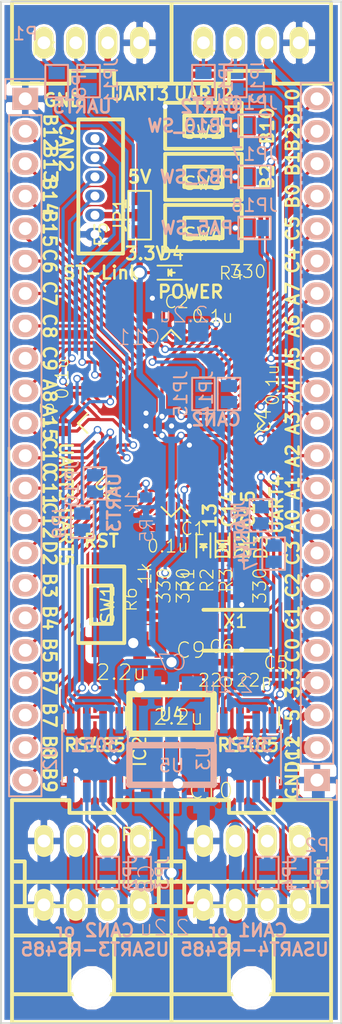
<source format=kicad_pcb>
(kicad_pcb (version 4) (host pcbnew 4.0.6)
  (layers (0 F.Cu signal) (31 B.Cu signal) (34 B.Paste user) (35 F.Paste user) (36 B.SilkS user) (37 F.SilkS user) (38 B.Mask user) (39 F.Mask user) (44 Edge.Cuts user))
  (net 0 "")
  (net 1 +3.3V)
  (net 2 /PC13)
  (net 3 /PC14)
  (net 4 /PC15)
  (net 5 /PC0)
  (net 6 /PC1)
  (net 7 /PC2)
  (net 8 /PC3)
  (net 9 /PA0)
  (net 10 /PA1)
  (net 11 /PA2)
  (net 12 /PA3)
  (net 13 /PA4)
  (net 14 /PA5)
  (net 15 /PA6)
  (net 16 /PA7)
  (net 17 /PC4)
  (net 18 /PC5)
  (net 19 /PB0)
  (net 20 /PB1)
  (net 21 /PB2)
  (net 22 /PB10)
  (net 23 /PB14)
  (net 24 /PB15)
  (net 25 /PC6)
  (net 26 /PC7)
  (net 27 /PC8)
  (net 28 /PC9)
  (net 29 /PA8)
  (net 30 /PA15)
  (net 31 /PC10)
  (net 32 /PC11)
  (net 33 /PC12)
  (net 34 /PD2)
  (net 35 /PB3)
  (net 36 /PB4)
  (net 37 /PB5)
  (net 38 /PB6)
  (net 39 /PB7)
  (net 40 /PB8)
  (net 41 /PB9)
  (net 42 GND)
  (net 43 "Net-(JP1-Pad2)")
  (net 44 /SWCLK)
  (net 45 /USART1_TX)
  (net 46 /USART1_RX)
  (net 47 /CAN1_RX)
  (net 48 /CAN1_TX)
  (net 49 /SWDIO)
  (net 50 "Net-(D1-Pad2)")
  (net 51 "Net-(D2-Pad2)")
  (net 52 "Net-(D3-Pad2)")
  (net 53 "Net-(D4-Pad2)")
  (net 54 +5V)
  (net 55 +12V)
  (net 56 /PH1)
  (net 57 /PH0)
  (net 58 /RS485_2_DIR)
  (net 59 "Net-(IC1-Pad6)")
  (net 60 "Net-(IC1-Pad7)")
  (net 61 /RS485_1_DIR)
  (net 62 "Net-(IC2-Pad6)")
  (net 63 "Net-(IC2-Pad7)")
  (net 64 /BOOT0)
  (net 65 /NRST)
  (net 66 /VCAP)
  (net 67 /CAN2_TX)
  (net 68 /CAN2_RX)
  (net 69 "Net-(JP2-Pad1)")
  (net 70 "Net-(JP3-Pad1)")
  (net 71 "Net-(JP4-Pad1)")
  (net 72 "Net-(JP5-Pad1)")
  (net 73 /USART4_RX)
  (net 74 /USART4_TX)
  (net 75 /USART3_RX)
  (net 76 /USART3_TX)
  (net 77 /USART5_RX)
  (net 78 /USART5_TX)
  (net 79 /USART2_TX)
  (net 80 /USART2_RX)
  (net 81 /PB12)
  (net 82 /PB13)
  (net 83 "Net-(JP16-Pad2)")
  (net 84 "Net-(JP17-Pad2)")
  (net 85 "Net-(JP18-Pad2)")
  (module RP_KiCAD_Libs:C1608_WP (layer F.Cu) (at 14 42.5 180)
    (fp_text reference C1 (at -0.635 -0.635 180) (layer F.SilkS) (effects (font (thickness 0.1)) (justify left bottom)))
    (fp_text value 0.1u (at 2 -2 180) (layer F.SilkS) (effects (font (thickness 0.1)) (justify left bottom)))
    (pad 1 smd rect (at -0.9 0 180) (size 0.8 1) (layers F.Cu F.Paste F.Mask) (net 1 +3.3V))
    (pad 2 smd rect (at 0.9 0 180) (size 0.8 1) (layers F.Cu F.Paste F.Mask) (net 42 GND))
  )
  (module RP_KiCAD_Libs:C1608_WP (layer F.Cu) (at 14 26)
    (fp_text reference C2 (at -0.635 -0.635) (layer F.SilkS) (effects (font (thickness 0.1)) (justify left bottom)))
    (fp_text value 0.1u (at 1.5 0.5) (layer F.SilkS) (effects (font (thickness 0.1)) (justify left bottom)))
    (pad 1 smd rect (at -0.9 0) (size 0.8 1) (layers F.Cu F.Paste F.Mask) (net 1 +3.3V))
    (pad 2 smd rect (at 0.9 0) (size 0.8 1) (layers F.Cu F.Paste F.Mask) (net 42 GND))
  )
  (module RP_KiCAD_Libs:C1608_WP (layer F.Cu) (at 5.5 34 90)
    (fp_text reference C3 (at -0.635 -0.635 90) (layer F.SilkS) (effects (font (thickness 0.1)) (justify left bottom)))
    (fp_text value 0.1u (at 1.5 0.5 90) (layer F.SilkS) (effects (font (thickness 0.1)) (justify left bottom)))
    (pad 1 smd rect (at -0.9 0 90) (size 0.8 1) (layers F.Cu F.Paste F.Mask) (net 1 +3.3V))
    (pad 2 smd rect (at 0.9 0 90) (size 0.8 1) (layers F.Cu F.Paste F.Mask) (net 42 GND))
  )
  (module RP_KiCAD_Libs:C1608_WP (layer F.Cu) (at 22.5 34.5 90)
    (fp_text reference C4 (at -0.635 -0.635 90) (layer F.SilkS) (effects (font (thickness 0.1)) (justify left bottom)))
    (fp_text value 0.1u (at 1.5 0 90) (layer F.SilkS) (effects (font (thickness 0.1)) (justify left bottom)))
    (pad 1 smd rect (at -0.9 0 90) (size 0.8 1) (layers F.Cu F.Paste F.Mask) (net 1 +3.3V))
    (pad 2 smd rect (at 0.9 0 90) (size 0.8 1) (layers F.Cu F.Paste F.Mask) (net 42 GND))
  )
  (module Housings_QFP:LQFP-64_10x10mm_Pitch0.5mm (layer F.Cu) (at 13.97 34.29 135)
    (fp_text reference U1 (at 0 -7.2 135) (layer F.SilkS))
    (fp_text value STM32F446RETx)
    (pad 1 smd rect (at -5.7 -3.75 135) (size 1 0.25) (layers F.Cu F.Paste F.Mask) (net 1 +3.3V))
    (pad 2 smd rect (at -5.7 -3.25 135) (size 1 0.25) (layers F.Cu F.Paste F.Mask) (net 2 /PC13))
    (pad 3 smd rect (at -5.7 -2.75 135) (size 1 0.25) (layers F.Cu F.Paste F.Mask) (net 3 /PC14))
    (pad 4 smd rect (at -5.7 -2.25 135) (size 1 0.25) (layers F.Cu F.Paste F.Mask) (net 4 /PC15))
    (pad 5 smd rect (at -5.7 -1.75 135) (size 1 0.25) (layers F.Cu F.Paste F.Mask) (net 57 /PH0))
    (pad 6 smd rect (at -5.7 -1.25 135) (size 1 0.25) (layers F.Cu F.Paste F.Mask) (net 56 /PH1))
    (pad 7 smd rect (at -5.7 -0.75 135) (size 1 0.25) (layers F.Cu F.Paste F.Mask) (net 65 /NRST))
    (pad 8 smd rect (at -5.7 -0.25 135) (size 1 0.25) (layers F.Cu F.Paste F.Mask) (net 5 /PC0))
    (pad 9 smd rect (at -5.7 0.25 135) (size 1 0.25) (layers F.Cu F.Paste F.Mask) (net 6 /PC1))
    (pad 10 smd rect (at -5.7 0.75 135) (size 1 0.25) (layers F.Cu F.Paste F.Mask) (net 7 /PC2))
    (pad 11 smd rect (at -5.7 1.25 135) (size 1 0.25) (layers F.Cu F.Paste F.Mask) (net 8 /PC3))
    (pad 12 smd rect (at -5.7 1.75 135) (size 1 0.25) (layers F.Cu F.Paste F.Mask) (net 42 GND))
    (pad 13 smd rect (at -5.7 2.25 135) (size 1 0.25) (layers F.Cu F.Paste F.Mask) (net 1 +3.3V))
    (pad 14 smd rect (at -5.7 2.75 135) (size 1 0.25) (layers F.Cu F.Paste F.Mask) (net 9 /PA0))
    (pad 15 smd rect (at -5.7 3.25 135) (size 1 0.25) (layers F.Cu F.Paste F.Mask) (net 10 /PA1))
    (pad 16 smd rect (at -5.7 3.75 135) (size 1 0.25) (layers F.Cu F.Paste F.Mask) (net 11 /PA2))
    (pad 17 smd rect (at -3.75 5.7 225) (size 1 0.25) (layers F.Cu F.Paste F.Mask) (net 12 /PA3))
    (pad 18 smd rect (at -3.25 5.7 225) (size 1 0.25) (layers F.Cu F.Paste F.Mask) (net 42 GND))
    (pad 19 smd rect (at -2.75 5.7 225) (size 1 0.25) (layers F.Cu F.Paste F.Mask) (net 1 +3.3V))
    (pad 20 smd rect (at -2.25 5.7 225) (size 1 0.25) (layers F.Cu F.Paste F.Mask) (net 13 /PA4))
    (pad 21 smd rect (at -1.75 5.7 225) (size 1 0.25) (layers F.Cu F.Paste F.Mask) (net 14 /PA5))
    (pad 22 smd rect (at -1.25 5.7 225) (size 1 0.25) (layers F.Cu F.Paste F.Mask) (net 15 /PA6))
    (pad 23 smd rect (at -0.75 5.7 225) (size 1 0.25) (layers F.Cu F.Paste F.Mask) (net 16 /PA7))
    (pad 24 smd rect (at -0.25 5.7 225) (size 1 0.25) (layers F.Cu F.Paste F.Mask) (net 17 /PC4))
    (pad 25 smd rect (at 0.25 5.7 225) (size 1 0.25) (layers F.Cu F.Paste F.Mask) (net 18 /PC5))
    (pad 26 smd rect (at 0.75 5.7 225) (size 1 0.25) (layers F.Cu F.Paste F.Mask) (net 19 /PB0))
    (pad 27 smd rect (at 1.25 5.7 225) (size 1 0.25) (layers F.Cu F.Paste F.Mask) (net 20 /PB1))
    (pad 28 smd rect (at 1.75 5.7 225) (size 1 0.25) (layers F.Cu F.Paste F.Mask) (net 21 /PB2))
    (pad 29 smd rect (at 2.25 5.7 225) (size 1 0.25) (layers F.Cu F.Paste F.Mask) (net 22 /PB10))
    (pad 30 smd rect (at 2.75 5.7 225) (size 1 0.25) (layers F.Cu F.Paste F.Mask) (net 66 /VCAP))
    (pad 31 smd rect (at 3.25 5.7 225) (size 1 0.25) (layers F.Cu F.Paste F.Mask) (net 42 GND))
    (pad 32 smd rect (at 3.75 5.7 225) (size 1 0.25) (layers F.Cu F.Paste F.Mask) (net 1 +3.3V))
    (pad 33 smd rect (at 5.7 3.75 135) (size 1 0.25) (layers F.Cu F.Paste F.Mask) (net 81 /PB12))
    (pad 34 smd rect (at 5.7 3.25 135) (size 1 0.25) (layers F.Cu F.Paste F.Mask) (net 82 /PB13))
    (pad 35 smd rect (at 5.7 2.75 135) (size 1 0.25) (layers F.Cu F.Paste F.Mask) (net 23 /PB14))
    (pad 36 smd rect (at 5.7 2.25 135) (size 1 0.25) (layers F.Cu F.Paste F.Mask) (net 24 /PB15))
    (pad 37 smd rect (at 5.7 1.75 135) (size 1 0.25) (layers F.Cu F.Paste F.Mask) (net 25 /PC6))
    (pad 38 smd rect (at 5.7 1.25 135) (size 1 0.25) (layers F.Cu F.Paste F.Mask) (net 26 /PC7))
    (pad 39 smd rect (at 5.7 0.75 135) (size 1 0.25) (layers F.Cu F.Paste F.Mask) (net 27 /PC8))
    (pad 40 smd rect (at 5.7 0.25 135) (size 1 0.25) (layers F.Cu F.Paste F.Mask) (net 28 /PC9))
    (pad 41 smd rect (at 5.7 -0.25 135) (size 1 0.25) (layers F.Cu F.Paste F.Mask) (net 29 /PA8))
    (pad 42 smd rect (at 5.7 -0.75 135) (size 1 0.25) (layers F.Cu F.Paste F.Mask) (net 45 /USART1_TX))
    (pad 43 smd rect (at 5.7 -1.25 135) (size 1 0.25) (layers F.Cu F.Paste F.Mask) (net 46 /USART1_RX))
    (pad 44 smd rect (at 5.7 -1.75 135) (size 1 0.25) (layers F.Cu F.Paste F.Mask) (net 47 /CAN1_RX))
    (pad 45 smd rect (at 5.7 -2.25 135) (size 1 0.25) (layers F.Cu F.Paste F.Mask) (net 48 /CAN1_TX))
    (pad 46 smd rect (at 5.7 -2.75 135) (size 1 0.25) (layers F.Cu F.Paste F.Mask) (net 49 /SWDIO))
    (pad 47 smd rect (at 5.7 -3.25 135) (size 1 0.25) (layers F.Cu F.Paste F.Mask) (net 42 GND))
    (pad 48 smd rect (at 5.7 -3.75 135) (size 1 0.25) (layers F.Cu F.Paste F.Mask) (net 1 +3.3V))
    (pad 49 smd rect (at 3.75 -5.7 225) (size 1 0.25) (layers F.Cu F.Paste F.Mask) (net 44 /SWCLK))
    (pad 50 smd rect (at 3.25 -5.7 225) (size 1 0.25) (layers F.Cu F.Paste F.Mask) (net 30 /PA15))
    (pad 51 smd rect (at 2.75 -5.7 225) (size 1 0.25) (layers F.Cu F.Paste F.Mask) (net 31 /PC10))
    (pad 52 smd rect (at 2.25 -5.7 225) (size 1 0.25) (layers F.Cu F.Paste F.Mask) (net 32 /PC11))
    (pad 53 smd rect (at 1.75 -5.7 225) (size 1 0.25) (layers F.Cu F.Paste F.Mask) (net 33 /PC12))
    (pad 54 smd rect (at 1.25 -5.7 225) (size 1 0.25) (layers F.Cu F.Paste F.Mask) (net 34 /PD2))
    (pad 55 smd rect (at 0.75 -5.7 225) (size 1 0.25) (layers F.Cu F.Paste F.Mask) (net 35 /PB3))
    (pad 56 smd rect (at 0.25 -5.7 225) (size 1 0.25) (layers F.Cu F.Paste F.Mask) (net 36 /PB4))
    (pad 57 smd rect (at -0.25 -5.7 225) (size 1 0.25) (layers F.Cu F.Paste F.Mask) (net 37 /PB5))
    (pad 58 smd rect (at -0.75 -5.7 225) (size 1 0.25) (layers F.Cu F.Paste F.Mask) (net 38 /PB6))
    (pad 59 smd rect (at -1.25 -5.7 225) (size 1 0.25) (layers F.Cu F.Paste F.Mask) (net 39 /PB7))
    (pad 60 smd rect (at -1.75 -5.7 225) (size 1 0.25) (layers F.Cu F.Paste F.Mask) (net 64 /BOOT0))
    (pad 61 smd rect (at -2.25 -5.7 225) (size 1 0.25) (layers F.Cu F.Paste F.Mask) (net 40 /PB8))
    (pad 62 smd rect (at -2.75 -5.7 225) (size 1 0.25) (layers F.Cu F.Paste F.Mask) (net 41 /PB9))
    (pad 63 smd rect (at -3.25 -5.7 225) (size 1 0.25) (layers F.Cu F.Paste F.Mask) (net 42 GND))
    (pad 64 smd rect (at -3.75 -5.7 225) (size 1 0.25) (layers F.Cu F.Paste F.Mask) (net 1 +3.3V))
  )
  (module LEDs:LED_0603 (layer F.Cu) (at 16.5 44 270)
    (fp_text reference D1 (at 0 -1.5 270) (layer F.SilkS))
    (fp_text value LED)
    (pad 2 smd rect (at 0.7493 0 90) (size 0.79756 0.79756) (layers F.Cu F.Paste F.Mask) (net 50 "Net-(D1-Pad2)"))
    (pad 1 smd rect (at -0.7493 0 90) (size 0.79756 0.79756) (layers F.Cu F.Paste F.Mask) (net 2 /PC13))
  )
  (module LEDs:LED_0603 (layer F.Cu) (at 18 44 270)
    (fp_text reference D2 (at 0 -1.5 270) (layer F.SilkS))
    (fp_text value LED)
    (pad 2 smd rect (at 0.7493 0 90) (size 0.79756 0.79756) (layers F.Cu F.Paste F.Mask) (net 51 "Net-(D2-Pad2)"))
    (pad 1 smd rect (at -0.7493 0 90) (size 0.79756 0.79756) (layers F.Cu F.Paste F.Mask) (net 3 /PC14))
  )
  (module LEDs:LED_0603 (layer F.Cu) (at 19.5 44 270)
    (fp_text reference D3 (at 0 -1.5 270) (layer F.SilkS))
    (fp_text value LED)
    (pad 2 smd rect (at 0.7493 0 90) (size 0.79756 0.79756) (layers F.Cu F.Paste F.Mask) (net 52 "Net-(D3-Pad2)"))
    (pad 1 smd rect (at -0.7493 0 90) (size 0.79756 0.79756) (layers F.Cu F.Paste F.Mask) (net 4 /PC15))
  )
  (module LEDs:LED_0603 (layer F.Cu) (at 14 22.5)
    (fp_text reference D4 (at 0 -1.5) (layer F.SilkS))
    (fp_text value LED)
    (pad 2 smd rect (at 0.7493 0 180) (size 0.79756 0.79756) (layers F.Cu F.Paste F.Mask) (net 53 "Net-(D4-Pad2)"))
    (pad 1 smd rect (at -0.7493 0 180) (size 0.79756 0.79756) (layers F.Cu F.Paste F.Mask) (net 1 +3.3V))
  )
  (module Connect:GS3 (layer F.Cu) (at 11.5 18 180)
    (fp_text reference JP1 (at 1.524 0 270) (layer F.SilkS))
    (fp_text value JUMPER3)
    (pad 1 smd rect (at 0 -1.27 180) (size 1.27 0.9652) (layers F.Cu F.Paste F.Mask) (net 1 +3.3V))
    (pad 2 smd rect (at 0 0 180) (size 1.27 0.9652) (layers F.Cu F.Paste F.Mask) (net 43 "Net-(JP1-Pad2)"))
    (pad 3 smd rect (at 0 1.27 180) (size 1.27 0.9652) (layers F.Cu F.Paste F.Mask) (net 54 +5V))
  )
  (module RP_KiCAD_Connector:ZH_6T (layer F.Cu) (at 8 19.5 90)
    (fp_text reference P5 (at 0 0.5 90) (layer F.SilkS))
    (fp_text value CONN_01X06)
    (pad 1 thru_hole oval (at 0 0 90) (size 1 1.524) (drill 0.7) (layers *.Cu *.Mask) (net 42 GND))
    (pad 2 thru_hole oval (at 1.5 0 90) (size 1 1.524) (drill 0.7) (layers *.Cu *.Mask) (net 43 "Net-(JP1-Pad2)"))
    (pad 3 thru_hole oval (at 3 0 90) (size 1 1.524) (drill 0.7) (layers *.Cu *.Mask) (net 44 /SWCLK))
    (pad 4 thru_hole oval (at 4.5 0 90) (size 1 1.524) (drill 0.7) (layers *.Cu *.Mask) (net 49 /SWDIO))
    (pad 5 thru_hole oval (at 6 0 90) (size 1 1.524) (drill 0.7) (layers *.Cu *.Mask) (net 45 /USART1_TX))
    (pad 6 thru_hole oval (at 7.5 0 90) (size 1 1.524) (drill 0.7) (layers *.Cu *.Mask) (net 46 /USART1_RX))
  )
  (module RP_KiCAD_Libs:C1608_WP (layer F.Cu) (at 16.5 47 90)
    (fp_text reference R1 (at -0.635 -0.635 90) (layer F.SilkS) (effects (font (thickness 0.1)) (justify left bottom)))
    (fp_text value 330 (at -1.5 -2.5 90) (layer F.SilkS) (effects (font (thickness 0.1)) (justify left bottom)))
    (pad 1 smd rect (at -0.9 0 90) (size 0.8 1) (layers F.Cu F.Paste F.Mask) (net 42 GND))
    (pad 2 smd rect (at 0.9 0 90) (size 0.8 1) (layers F.Cu F.Paste F.Mask) (net 50 "Net-(D1-Pad2)"))
  )
  (module RP_KiCAD_Libs:C1608_WP (layer F.Cu) (at 18 47 90)
    (fp_text reference R2 (at -0.635 -0.635 90) (layer F.SilkS) (effects (font (thickness 0.1)) (justify left bottom)))
    (fp_text value 330 (at -1.5 -2.5 90) (layer F.SilkS) (effects (font (thickness 0.1)) (justify left bottom)))
    (pad 1 smd rect (at -0.9 0 90) (size 0.8 1) (layers F.Cu F.Paste F.Mask) (net 42 GND))
    (pad 2 smd rect (at 0.9 0 90) (size 0.8 1) (layers F.Cu F.Paste F.Mask) (net 51 "Net-(D2-Pad2)"))
  )
  (module RP_KiCAD_Libs:C1608_WP (layer F.Cu) (at 19.5 47 90)
    (fp_text reference R3 (at -0.635 -0.635 90) (layer F.SilkS) (effects (font (thickness 0.1)) (justify left bottom)))
    (fp_text value 330 (at -1.5 2 90) (layer F.SilkS) (effects (font (thickness 0.1)) (justify left bottom)))
    (pad 1 smd rect (at -0.9 0 90) (size 0.8 1) (layers F.Cu F.Paste F.Mask) (net 42 GND))
    (pad 2 smd rect (at 0.9 0 90) (size 0.8 1) (layers F.Cu F.Paste F.Mask) (net 52 "Net-(D3-Pad2)"))
  )
  (module RP_KiCAD_Libs:C1608_WP (layer F.Cu) (at 17 22.5 180)
    (fp_text reference R4 (at -0.635 -0.635 180) (layer F.SilkS) (effects (font (thickness 0.1)) (justify left bottom)))
    (fp_text value 330 (at -1.5 -0.5 180) (layer F.SilkS) (effects (font (thickness 0.1)) (justify left bottom)))
    (pad 1 smd rect (at -0.9 0 180) (size 0.8 1) (layers F.Cu F.Paste F.Mask) (net 42 GND))
    (pad 2 smd rect (at 0.9 0 180) (size 0.8 1) (layers F.Cu F.Paste F.Mask) (net 53 "Net-(D4-Pad2)"))
  )
  (module Housings_SOIC:SOIC-8_3.9x4.9mm_Pitch1.27mm (layer B.Cu) (at 8 60.5 270)
    (fp_text reference U2 (at 0 3.5 270) (layer B.SilkS) (effects (justify mirror)))
    (fp_text value MAX3051)
    (pad 1 smd rect (at -2.7 1.905 270) (size 1.55 0.6) (layers B.Cu B.Paste B.Mask) (net 48 /CAN1_TX))
    (pad 2 smd rect (at -2.7 0.635 270) (size 1.55 0.6) (layers B.Cu B.Paste B.Mask) (net 42 GND))
    (pad 3 smd rect (at -2.7 -0.635 270) (size 1.55 0.6) (layers B.Cu B.Paste B.Mask) (net 1 +3.3V))
    (pad 4 smd rect (at -2.7 -1.905 270) (size 1.55 0.6) (layers B.Cu B.Paste B.Mask) (net 47 /CAN1_RX))
    (pad 5 smd rect (at 2.7 -1.905 270) (size 1.55 0.6) (layers B.Cu B.Paste B.Mask) (net 42 GND))
    (pad 6 smd rect (at 2.7 -0.635 270) (size 1.55 0.6) (layers B.Cu B.Paste B.Mask) (net 70 "Net-(JP3-Pad1)"))
    (pad 7 smd rect (at 2.7 0.635 270) (size 1.55 0.6) (layers B.Cu B.Paste B.Mask) (net 69 "Net-(JP2-Pad1)"))
    (pad 8 smd rect (at 2.7 1.905 270) (size 1.55 0.6) (layers B.Cu B.Paste B.Mask) (net 42 GND))
  )
  (module Pin_Headers:Pin_Header_Straight_1x22 (layer B.Cu) (at 2.54 8.89 180)
    (fp_text reference P1 (at 0 5.1 180) (layer B.SilkS) (effects (justify mirror)))
    (fp_text value CONN_01X22)
    (pad 1 thru_hole rect (at 0 0 180) (size 2.032 1.7272) (drill 1.016) (layers *.Cu *.Mask B.SilkS) (net 42 GND))
    (pad 2 thru_hole oval (at 0 -2.54 180) (size 2.032 1.7272) (drill 1.016) (layers *.Cu *.Mask B.SilkS) (net 81 /PB12))
    (pad 3 thru_hole oval (at 0 -5.08 180) (size 2.032 1.7272) (drill 1.016) (layers *.Cu *.Mask B.SilkS) (net 82 /PB13))
    (pad 4 thru_hole oval (at 0 -7.62 180) (size 2.032 1.7272) (drill 1.016) (layers *.Cu *.Mask B.SilkS) (net 23 /PB14))
    (pad 5 thru_hole oval (at 0 -10.16 180) (size 2.032 1.7272) (drill 1.016) (layers *.Cu *.Mask B.SilkS) (net 24 /PB15))
    (pad 6 thru_hole oval (at 0 -12.7 180) (size 2.032 1.7272) (drill 1.016) (layers *.Cu *.Mask B.SilkS) (net 25 /PC6))
    (pad 7 thru_hole oval (at 0 -15.24 180) (size 2.032 1.7272) (drill 1.016) (layers *.Cu *.Mask B.SilkS) (net 26 /PC7))
    (pad 8 thru_hole oval (at 0 -17.78 180) (size 2.032 1.7272) (drill 1.016) (layers *.Cu *.Mask B.SilkS) (net 27 /PC8))
    (pad 9 thru_hole oval (at 0 -20.32 180) (size 2.032 1.7272) (drill 1.016) (layers *.Cu *.Mask B.SilkS) (net 28 /PC9))
    (pad 10 thru_hole oval (at 0 -22.86 180) (size 2.032 1.7272) (drill 1.016) (layers *.Cu *.Mask B.SilkS) (net 29 /PA8))
    (pad 11 thru_hole oval (at 0 -25.4 180) (size 2.032 1.7272) (drill 1.016) (layers *.Cu *.Mask B.SilkS) (net 30 /PA15))
    (pad 12 thru_hole oval (at 0 -27.94 180) (size 2.032 1.7272) (drill 1.016) (layers *.Cu *.Mask B.SilkS) (net 31 /PC10))
    (pad 13 thru_hole oval (at 0 -30.48 180) (size 2.032 1.7272) (drill 1.016) (layers *.Cu *.Mask B.SilkS) (net 32 /PC11))
    (pad 14 thru_hole oval (at 0 -33.02 180) (size 2.032 1.7272) (drill 1.016) (layers *.Cu *.Mask B.SilkS) (net 33 /PC12))
    (pad 15 thru_hole oval (at 0 -35.56 180) (size 2.032 1.7272) (drill 1.016) (layers *.Cu *.Mask B.SilkS) (net 34 /PD2))
    (pad 16 thru_hole oval (at 0 -38.1 180) (size 2.032 1.7272) (drill 1.016) (layers *.Cu *.Mask B.SilkS) (net 35 /PB3))
    (pad 17 thru_hole oval (at 0 -40.64 180) (size 2.032 1.7272) (drill 1.016) (layers *.Cu *.Mask B.SilkS) (net 36 /PB4))
    (pad 18 thru_hole oval (at 0 -43.18 180) (size 2.032 1.7272) (drill 1.016) (layers *.Cu *.Mask B.SilkS) (net 37 /PB5))
    (pad 19 thru_hole oval (at 0 -45.72 180) (size 2.032 1.7272) (drill 1.016) (layers *.Cu *.Mask B.SilkS) (net 38 /PB6))
    (pad 20 thru_hole oval (at 0 -48.26 180) (size 2.032 1.7272) (drill 1.016) (layers *.Cu *.Mask B.SilkS) (net 39 /PB7))
    (pad 21 thru_hole oval (at 0 -50.8 180) (size 2.032 1.7272) (drill 1.016) (layers *.Cu *.Mask B.SilkS) (net 40 /PB8))
    (pad 22 thru_hole oval (at 0 -53.34 180) (size 2.032 1.7272) (drill 1.016) (layers *.Cu *.Mask B.SilkS) (net 41 /PB9))
  )
  (module Pin_Headers:Pin_Header_Straight_1x22 (layer B.Cu) (at 25.4 62.23)
    (fp_text reference P2 (at 0 5.1) (layer B.SilkS) (effects (justify mirror)))
    (fp_text value CONN_01X22)
    (pad 1 thru_hole rect (at 0 0) (size 2.032 1.7272) (drill 1.016) (layers *.Cu *.Mask B.SilkS) (net 42 GND))
    (pad 2 thru_hole oval (at 0 -2.54) (size 2.032 1.7272) (drill 1.016) (layers *.Cu *.Mask B.SilkS) (net 55 +12V))
    (pad 3 thru_hole oval (at 0 -5.08) (size 2.032 1.7272) (drill 1.016) (layers *.Cu *.Mask B.SilkS) (net 54 +5V))
    (pad 4 thru_hole oval (at 0 -7.62) (size 2.032 1.7272) (drill 1.016) (layers *.Cu *.Mask B.SilkS) (net 1 +3.3V))
    (pad 5 thru_hole oval (at 0 -10.16) (size 2.032 1.7272) (drill 1.016) (layers *.Cu *.Mask B.SilkS) (net 5 /PC0))
    (pad 6 thru_hole oval (at 0 -12.7) (size 2.032 1.7272) (drill 1.016) (layers *.Cu *.Mask B.SilkS) (net 6 /PC1))
    (pad 7 thru_hole oval (at 0 -15.24) (size 2.032 1.7272) (drill 1.016) (layers *.Cu *.Mask B.SilkS) (net 7 /PC2))
    (pad 8 thru_hole oval (at 0 -17.78) (size 2.032 1.7272) (drill 1.016) (layers *.Cu *.Mask B.SilkS) (net 8 /PC3))
    (pad 9 thru_hole oval (at 0 -20.32) (size 2.032 1.7272) (drill 1.016) (layers *.Cu *.Mask B.SilkS) (net 9 /PA0))
    (pad 10 thru_hole oval (at 0 -22.86) (size 2.032 1.7272) (drill 1.016) (layers *.Cu *.Mask B.SilkS) (net 10 /PA1))
    (pad 11 thru_hole oval (at 0 -25.4) (size 2.032 1.7272) (drill 1.016) (layers *.Cu *.Mask B.SilkS) (net 11 /PA2))
    (pad 12 thru_hole oval (at 0 -27.94) (size 2.032 1.7272) (drill 1.016) (layers *.Cu *.Mask B.SilkS) (net 12 /PA3))
    (pad 13 thru_hole oval (at 0 -30.48) (size 2.032 1.7272) (drill 1.016) (layers *.Cu *.Mask B.SilkS) (net 13 /PA4))
    (pad 14 thru_hole oval (at 0 -33.02) (size 2.032 1.7272) (drill 1.016) (layers *.Cu *.Mask B.SilkS) (net 14 /PA5))
    (pad 15 thru_hole oval (at 0 -35.56) (size 2.032 1.7272) (drill 1.016) (layers *.Cu *.Mask B.SilkS) (net 15 /PA6))
    (pad 16 thru_hole oval (at 0 -38.1) (size 2.032 1.7272) (drill 1.016) (layers *.Cu *.Mask B.SilkS) (net 16 /PA7))
    (pad 17 thru_hole oval (at 0 -40.64) (size 2.032 1.7272) (drill 1.016) (layers *.Cu *.Mask B.SilkS) (net 17 /PC4))
    (pad 18 thru_hole oval (at 0 -43.18) (size 2.032 1.7272) (drill 1.016) (layers *.Cu *.Mask B.SilkS) (net 18 /PC5))
    (pad 19 thru_hole oval (at 0 -45.72) (size 2.032 1.7272) (drill 1.016) (layers *.Cu *.Mask B.SilkS) (net 19 /PB0))
    (pad 20 thru_hole oval (at 0 -48.26) (size 2.032 1.7272) (drill 1.016) (layers *.Cu *.Mask B.SilkS) (net 20 /PB1))
    (pad 21 thru_hole oval (at 0 -50.8) (size 2.032 1.7272) (drill 1.016) (layers *.Cu *.Mask B.SilkS) (net 21 /PB2))
    (pad 22 thru_hole oval (at 0 -53.34) (size 2.032 1.7272) (drill 1.016) (layers *.Cu *.Mask B.SilkS) (net 22 /PB10))
  )
  (module RP_KiCAD_Connector:XA_4T (layer F.Cu) (at 4 4.5)
    (fp_text reference P3 (at 0 0.5) (layer F.SilkS))
    (fp_text value CONN_01X04)
    (pad 4 thru_hole oval (at 0 0) (size 1.5 2.5) (drill 1) (layers *.Cu *.Mask F.SilkS) (net 77 /USART5_RX))
    (pad 3 thru_hole oval (at 2.5 0) (size 1.5 2.5) (drill 1) (layers *.Cu *.Mask F.SilkS) (net 78 /USART5_TX))
    (pad 2 thru_hole oval (at 5 0) (size 1.5 2.5) (drill 1) (layers *.Cu *.Mask F.SilkS) (net 54 +5V))
    (pad 1 thru_hole oval (at 7.5 0) (size 1.5 2.5) (drill 1) (layers *.Cu *.Mask F.SilkS) (net 42 GND))
  )
  (module RP_KiCAD_Connector:XA_4T (layer F.Cu) (at 16.5 4.5)
    (fp_text reference P4 (at 0 0.5) (layer F.SilkS))
    (fp_text value CONN_01X04)
    (pad 4 thru_hole oval (at 0 0) (size 1.5 2.5) (drill 1) (layers *.Cu *.Mask F.SilkS) (net 80 /USART2_RX))
    (pad 3 thru_hole oval (at 2.5 0) (size 1.5 2.5) (drill 1) (layers *.Cu *.Mask F.SilkS) (net 79 /USART2_TX))
    (pad 2 thru_hole oval (at 5 0) (size 1.5 2.5) (drill 1) (layers *.Cu *.Mask F.SilkS) (net 54 +5V))
    (pad 1 thru_hole oval (at 7.5 0) (size 1.5 2.5) (drill 1) (layers *.Cu *.Mask F.SilkS) (net 42 GND))
  )
  (module RP_KiCAD_Connector:XA_4LC (layer F.Cu) (at 16.5 72)
    (fp_text reference P6 (at 0 0.5) (layer F.SilkS))
    (fp_text value CONN_01X04)
    (pad 1 thru_hole oval (at 0 0) (size 1.5 2.5) (drill 1) (layers *.Cu *.Mask F.SilkS) (net 42 GND))
    (pad 2 thru_hole oval (at 2.5 0) (size 1.5 2.5) (drill 1) (layers *.Cu *.Mask F.SilkS) (net 55 +12V))
    (pad 3 thru_hole oval (at 5 0) (size 1.5 2.5) (drill 1) (layers *.Cu *.Mask F.SilkS) (net 71 "Net-(JP4-Pad1)"))
    (pad 4 thru_hole oval (at 7.5 0) (size 1.5 2.5) (drill 1) (layers *.Cu *.Mask F.SilkS) (net 72 "Net-(JP5-Pad1)"))
    (pad "" thru_hole circle (at 3.75 6.5) (size 3 3) (drill 3) (layers *.Cu *.Mask F.SilkS) (clearance -0.3))
  )
  (module RP_KiCAD_Connector:XA_4LC (layer F.Cu) (at 4 72)
    (fp_text reference P7 (at 0 0.5) (layer F.SilkS))
    (fp_text value CONN_01X04)
    (pad 1 thru_hole oval (at 0 0) (size 1.5 2.5) (drill 1) (layers *.Cu *.Mask F.SilkS) (net 42 GND))
    (pad 2 thru_hole oval (at 2.5 0) (size 1.5 2.5) (drill 1) (layers *.Cu *.Mask F.SilkS) (net 55 +12V))
    (pad 3 thru_hole oval (at 5 0) (size 1.5 2.5) (drill 1) (layers *.Cu *.Mask F.SilkS) (net 69 "Net-(JP2-Pad1)"))
    (pad 4 thru_hole oval (at 7.5 0) (size 1.5 2.5) (drill 1) (layers *.Cu *.Mask F.SilkS) (net 70 "Net-(JP3-Pad1)"))
    (pad "" thru_hole circle (at 3.75 6.5) (size 3 3) (drill 3) (layers *.Cu *.Mask F.SilkS) (clearance -0.3))
  )
  (module RP_KiCAD_Connector:XA_4T (layer F.Cu) (at 24 67 180)
    (fp_text reference P8 (at 0 0.5 180) (layer F.SilkS))
    (fp_text value CONN_01X04)
    (pad 4 thru_hole oval (at 0 0 180) (size 1.5 2.5) (drill 1) (layers *.Cu *.Mask F.SilkS) (net 60 "Net-(IC1-Pad7)"))
    (pad 3 thru_hole oval (at 2.5 0 180) (size 1.5 2.5) (drill 1) (layers *.Cu *.Mask F.SilkS) (net 59 "Net-(IC1-Pad6)"))
    (pad 2 thru_hole oval (at 5 0 180) (size 1.5 2.5) (drill 1) (layers *.Cu *.Mask F.SilkS) (net 55 +12V))
    (pad 1 thru_hole oval (at 7.5 0 180) (size 1.5 2.5) (drill 1) (layers *.Cu *.Mask F.SilkS) (net 42 GND))
  )
  (module RP_KiCAD_Connector:XA_4T (layer F.Cu) (at 11.5 67 180)
    (fp_text reference P11 (at 0 0.5 180) (layer F.SilkS))
    (fp_text value CONN_01X04)
    (pad 4 thru_hole oval (at 0 0 180) (size 1.5 2.5) (drill 1) (layers *.Cu *.Mask F.SilkS) (net 63 "Net-(IC2-Pad7)"))
    (pad 3 thru_hole oval (at 2.5 0 180) (size 1.5 2.5) (drill 1) (layers *.Cu *.Mask F.SilkS) (net 62 "Net-(IC2-Pad6)"))
    (pad 2 thru_hole oval (at 5 0 180) (size 1.5 2.5) (drill 1) (layers *.Cu *.Mask F.SilkS) (net 55 +12V))
    (pad 1 thru_hole oval (at 7.5 0 180) (size 1.5 2.5) (drill 1) (layers *.Cu *.Mask F.SilkS) (net 42 GND))
  )
  (module Housings_SOIC:SOIC-8_3.9x4.9mm_Pitch1.27mm (layer B.Cu) (at 20 60.5 270)
    (fp_text reference U3 (at 0 3.5 270) (layer B.SilkS) (effects (justify mirror)))
    (fp_text value MAX3051)
    (pad 1 smd rect (at -2.7 1.905 270) (size 1.55 0.6) (layers B.Cu B.Paste B.Mask) (net 67 /CAN2_TX))
    (pad 2 smd rect (at -2.7 0.635 270) (size 1.55 0.6) (layers B.Cu B.Paste B.Mask) (net 42 GND))
    (pad 3 smd rect (at -2.7 -0.635 270) (size 1.55 0.6) (layers B.Cu B.Paste B.Mask) (net 1 +3.3V))
    (pad 4 smd rect (at -2.7 -1.905 270) (size 1.55 0.6) (layers B.Cu B.Paste B.Mask) (net 68 /CAN2_RX))
    (pad 5 smd rect (at 2.7 -1.905 270) (size 1.55 0.6) (layers B.Cu B.Paste B.Mask) (net 42 GND))
    (pad 6 smd rect (at 2.7 -0.635 270) (size 1.55 0.6) (layers B.Cu B.Paste B.Mask) (net 72 "Net-(JP5-Pad1)"))
    (pad 7 smd rect (at 2.7 0.635 270) (size 1.55 0.6) (layers B.Cu B.Paste B.Mask) (net 71 "Net-(JP4-Pad1)"))
    (pad 8 smd rect (at 2.7 1.905 270) (size 1.55 0.6) (layers B.Cu B.Paste B.Mask) (net 42 GND))
  )
  (module RP_KiCAD_Libs:C1608_WP (layer F.Cu) (at 20.5 53 180)
    (fp_text reference C5 (at -0.635 -0.635 180) (layer F.SilkS) (effects (font (thickness 0.1)) (justify left bottom)))
    (fp_text value 22p (at 1.5 -2 180) (layer F.SilkS) (effects (font (thickness 0.1)) (justify left bottom)))
    (pad 1 smd rect (at -0.9 0 180) (size 0.8 1) (layers F.Cu F.Paste F.Mask) (net 56 /PH1))
    (pad 2 smd rect (at 0.9 0 180) (size 0.8 1) (layers F.Cu F.Paste F.Mask) (net 42 GND))
  )
  (module RP_KiCAD_Libs:C1608_WP (layer F.Cu) (at 17.5 53)
    (fp_text reference C6 (at -0.635 -0.635) (layer F.SilkS) (effects (font (thickness 0.1)) (justify left bottom)))
    (fp_text value 22p (at -1.5 2) (layer F.SilkS) (effects (font (thickness 0.1)) (justify left bottom)))
    (pad 1 smd rect (at -0.9 0) (size 0.8 1) (layers F.Cu F.Paste F.Mask) (net 57 /PH0))
    (pad 2 smd rect (at 0.9 0) (size 0.8 1) (layers F.Cu F.Paste F.Mask) (net 42 GND))
  )
  (module RP_KiCAD_Libs:C3216 (layer B.Cu) (at 14 55 180)
    (fp_text reference C7 (at -1.27 1.27 180) (layer B.SilkS) (effects (font (size 1.2065 1.2065) (thickness 0.1016)) (justify left bottom mirror)))
    (fp_text value 2.2u (at -6.5 -0.5 180) (layer B.SilkS) (effects (font (size 1.2065 1.2065) (thickness 0.1016)) (justify left bottom mirror)))
    (pad 1 smd rect (at -1.6 0 180) (size 1.6 1.8) (layers B.Cu B.Paste B.Mask) (net 54 +5V))
    (pad 2 smd rect (at 1.6 0 180) (size 1.6 1.8) (layers B.Cu B.Paste B.Mask) (net 42 GND))
  )
  (module RP_KiCAD_Libs:C3216 (layer B.Cu) (at 14 70 270)
    (fp_text reference C8 (at -1.27 1.27 270) (layer B.SilkS) (effects (font (size 1.2065 1.2065) (thickness 0.1016)) (justify left bottom mirror)))
    (fp_text value 2.2u (at 4.5 -1.5 360) (layer B.SilkS) (effects (font (size 1.2065 1.2065) (thickness 0.1016)) (justify left bottom mirror)))
    (pad 1 smd rect (at -1.6 0 270) (size 1.6 1.8) (layers B.Cu B.Paste B.Mask) (net 55 +12V))
    (pad 2 smd rect (at 1.6 0 270) (size 1.6 1.8) (layers B.Cu B.Paste B.Mask) (net 42 GND))
  )
  (module RP_KiCAD_Libs:C3216 (layer F.Cu) (at 13 51.5 180)
    (fp_text reference C9 (at -1.27 -1.27 180) (layer F.SilkS) (effects (font (size 1.2065 1.2065) (thickness 0.1016)) (justify left bottom)))
    (fp_text value 2.2u (at 5 -3 180) (layer F.SilkS) (effects (font (size 1.2065 1.2065) (thickness 0.1016)) (justify left bottom)))
    (pad 1 smd rect (at -1.6 0 180) (size 1.6 1.8) (layers F.Cu F.Paste F.Mask) (net 1 +3.3V))
    (pad 2 smd rect (at 1.6 0 180) (size 1.6 1.8) (layers F.Cu F.Paste F.Mask) (net 42 GND))
  )
  (module RP_KiCAD_Libs:C3216 (layer F.Cu) (at 14 62.5 180)
    (fp_text reference C10 (at -1.27 -1.27 180) (layer F.SilkS) (effects (font (size 1.2065 1.2065) (thickness 0.1016)) (justify left bottom)))
    (fp_text value 2.2u (at 1.5 4.5 180) (layer F.SilkS) (effects (font (size 1.2065 1.2065) (thickness 0.1016)) (justify left bottom)))
    (pad 1 smd rect (at -1.6 0 180) (size 1.6 1.8) (layers F.Cu F.Paste F.Mask) (net 54 +5V))
    (pad 2 smd rect (at 1.6 0 180) (size 1.6 1.8) (layers F.Cu F.Paste F.Mask) (net 42 GND))
  )
  (module Housings_SOIC:SOIC-8_3.9x4.9mm_Pitch1.27mm (layer F.Cu) (at 20 60 270)
    (fp_text reference IC1 (at 0 -3.5 270) (layer F.SilkS))
    (fp_text value SP3485CN)
    (pad 1 smd rect (at -2.7 -1.905 270) (size 1.55 0.6) (layers F.Cu F.Paste F.Mask) (net 73 /USART4_RX))
    (pad 2 smd rect (at -2.7 -0.635 270) (size 1.55 0.6) (layers F.Cu F.Paste F.Mask) (net 58 /RS485_2_DIR))
    (pad 3 smd rect (at -2.7 0.635 270) (size 1.55 0.6) (layers F.Cu F.Paste F.Mask) (net 58 /RS485_2_DIR))
    (pad 4 smd rect (at -2.7 1.905 270) (size 1.55 0.6) (layers F.Cu F.Paste F.Mask) (net 74 /USART4_TX))
    (pad 5 smd rect (at 2.7 1.905 270) (size 1.55 0.6) (layers F.Cu F.Paste F.Mask) (net 42 GND))
    (pad 6 smd rect (at 2.7 0.635 270) (size 1.55 0.6) (layers F.Cu F.Paste F.Mask) (net 59 "Net-(IC1-Pad6)"))
    (pad 7 smd rect (at 2.7 -0.635 270) (size 1.55 0.6) (layers F.Cu F.Paste F.Mask) (net 60 "Net-(IC1-Pad7)"))
    (pad 8 smd rect (at 2.7 -1.905 270) (size 1.55 0.6) (layers F.Cu F.Paste F.Mask) (net 1 +3.3V))
  )
  (module Housings_SOIC:SOIC-8_3.9x4.9mm_Pitch1.27mm (layer F.Cu) (at 8 60 270)
    (fp_text reference IC2 (at 0 -3.5 270) (layer F.SilkS))
    (fp_text value SP3485CN)
    (pad 1 smd rect (at -2.7 -1.905 270) (size 1.55 0.6) (layers F.Cu F.Paste F.Mask) (net 75 /USART3_RX))
    (pad 2 smd rect (at -2.7 -0.635 270) (size 1.55 0.6) (layers F.Cu F.Paste F.Mask) (net 61 /RS485_1_DIR))
    (pad 3 smd rect (at -2.7 0.635 270) (size 1.55 0.6) (layers F.Cu F.Paste F.Mask) (net 61 /RS485_1_DIR))
    (pad 4 smd rect (at -2.7 1.905 270) (size 1.55 0.6) (layers F.Cu F.Paste F.Mask) (net 76 /USART3_TX))
    (pad 5 smd rect (at 2.7 1.905 270) (size 1.55 0.6) (layers F.Cu F.Paste F.Mask) (net 42 GND))
    (pad 6 smd rect (at 2.7 0.635 270) (size 1.55 0.6) (layers F.Cu F.Paste F.Mask) (net 62 "Net-(IC2-Pad6)"))
    (pad 7 smd rect (at 2.7 -0.635 270) (size 1.55 0.6) (layers F.Cu F.Paste F.Mask) (net 63 "Net-(IC2-Pad7)"))
    (pad 8 smd rect (at 2.7 -1.905 270) (size 1.55 0.6) (layers F.Cu F.Paste F.Mask) (net 1 +3.3V))
  )
  (module RP_KiCAD_Libs:C1608_WP (layer B.Cu) (at 12 41 90)
    (fp_text reference R5 (at -0.635 0.635 90) (layer B.SilkS) (effects (font (thickness 0.1)) (justify left bottom mirror)))
    (fp_text value 1k (at 1.5 -0.5 90) (layer B.SilkS) (effects (font (thickness 0.1)) (justify left bottom mirror)))
    (pad 1 smd rect (at -0.9 0 90) (size 0.8 1) (layers B.Cu B.Paste B.Mask) (net 42 GND))
    (pad 2 smd rect (at 0.9 0 90) (size 0.8 1) (layers B.Cu B.Paste B.Mask) (net 64 /BOOT0))
  )
  (module RP_KiCAD_Libs:C1608_WP (layer F.Cu) (at 12 48.5 90)
    (fp_text reference R6 (at -0.635 -0.635 90) (layer F.SilkS) (effects (font (thickness 0.1)) (justify left bottom)))
    (fp_text value 1k (at 1.5 0.5 90) (layer F.SilkS) (effects (font (thickness 0.1)) (justify left bottom)))
    (pad 1 smd rect (at -0.9 0 90) (size 0.8 1) (layers F.Cu F.Paste F.Mask) (net 1 +3.3V))
    (pad 2 smd rect (at 0.9 0 90) (size 0.8 1) (layers F.Cu F.Paste F.Mask) (net 65 /NRST))
  )
  (module Buttons_Switches_SMD:RP_SMD_Button (layer F.Cu) (at 8.5 48.5 90)
    (fp_text reference SW1 (at 0 0.5 90) (layer F.SilkS))
    (fp_text value SW_PUSH)
    (pad 1 smd rect (at 2.8 0 90) (size 2.6 1.5) (layers F.Cu F.Paste F.Mask) (net 65 /NRST))
    (pad 2 smd rect (at -2.8 0 90) (size 2.6 1.5) (layers F.Cu F.Paste F.Mask) (net 42 GND))
  )
  (module TO_SOT_Packages_SMD:SOT-223_reg (layer F.Cu) (at 14 60)
    (fp_text reference U4 (at 0 -2.9) (layer F.SilkS))
    (fp_text value NCP1117ST33T3G)
    (pad 1 smd rect (at -2.3 0) (size 1.2 1.7) (layers F.Cu F.Paste F.Mask) (net 42 GND))
    (pad 2 smd rect (at 0 0) (size 1.2 1.7) (layers F.Cu F.Paste F.Mask) (net 1 +3.3V))
    (pad 3 smd rect (at 2.3 0) (size 1.2 1.7) (layers F.Cu F.Paste F.Mask) (net 54 +5V))
    (pad 2 smd rect (at 0 -6.3) (size 3.3 1.7) (layers F.Cu F.Paste F.Mask) (net 1 +3.3V))
  )
  (module TO_SOT_Packages_SMD:SOT-223_reg (layer B.Cu) (at 14 64 180)
    (fp_text reference U5 (at 0 2.9 180) (layer B.SilkS) (effects (justify mirror)))
    (fp_text value NCP1117ST50T3G)
    (pad 1 smd rect (at -2.3 0 180) (size 1.2 1.7) (layers B.Cu B.Paste B.Mask) (net 42 GND))
    (pad 2 smd rect (at 0 0 180) (size 1.2 1.7) (layers B.Cu B.Paste B.Mask) (net 54 +5V))
    (pad 3 smd rect (at 2.3 0 180) (size 1.2 1.7) (layers B.Cu B.Paste B.Mask) (net 55 +12V))
    (pad 2 smd rect (at 0 6.3 180) (size 3.3 1.7) (layers B.Cu B.Paste B.Mask) (net 54 +5V))
  )
  (module Crystals:ABM3_2pads (layer F.Cu) (at 19 50.5 180)
    (fp_text reference X1 (at 0 0.7 180) (layer F.SilkS))
    (fp_text value CRYSTAL)
    (pad 1 smd rect (at -2.2 0 180) (size 1.8 2.6) (layers F.Cu F.Paste F.Mask) (net 56 /PH1))
    (pad 2 smd rect (at 2.2 0 180) (size 1.8 2.6) (layers F.Cu F.Paste F.Mask) (net 57 /PH0))
  )
  (module Connect:GS2 (layer B.Cu) (at 9 69.5)
    (fp_text reference JP2 (at 1.778 0 270) (layer B.SilkS) (effects (justify mirror)))
    (fp_text value JUMPER)
    (pad 1 smd rect (at 0 0.635) (size 1.27 0.9652) (layers B.Cu B.Paste B.Mask) (net 69 "Net-(JP2-Pad1)"))
    (pad 2 smd rect (at 0 -0.635) (size 1.27 0.9652) (layers B.Cu B.Paste B.Mask) (net 62 "Net-(IC2-Pad6)"))
  )
  (module Connect:GS2 (layer B.Cu) (at 11.5 69.5)
    (fp_text reference JP3 (at 1.778 0 270) (layer B.SilkS) (effects (justify mirror)))
    (fp_text value JUMPER)
    (pad 1 smd rect (at 0 0.635) (size 1.27 0.9652) (layers B.Cu B.Paste B.Mask) (net 70 "Net-(JP3-Pad1)"))
    (pad 2 smd rect (at 0 -0.635) (size 1.27 0.9652) (layers B.Cu B.Paste B.Mask) (net 63 "Net-(IC2-Pad7)"))
  )
  (module Connect:GS2 (layer B.Cu) (at 21.5 69.5)
    (fp_text reference JP4 (at 1.778 0 270) (layer B.SilkS) (effects (justify mirror)))
    (fp_text value JUMPER)
    (pad 1 smd rect (at 0 0.635) (size 1.27 0.9652) (layers B.Cu B.Paste B.Mask) (net 71 "Net-(JP4-Pad1)"))
    (pad 2 smd rect (at 0 -0.635) (size 1.27 0.9652) (layers B.Cu B.Paste B.Mask) (net 59 "Net-(IC1-Pad6)"))
  )
  (module Connect:GS2 (layer B.Cu) (at 24 69.5)
    (fp_text reference JP5 (at 1.778 0 270) (layer B.SilkS) (effects (justify mirror)))
    (fp_text value JUMPER)
    (pad 1 smd rect (at 0 0.635) (size 1.27 0.9652) (layers B.Cu B.Paste B.Mask) (net 72 "Net-(JP5-Pad1)"))
    (pad 2 smd rect (at 0 -0.635) (size 1.27 0.9652) (layers B.Cu B.Paste B.Mask) (net 60 "Net-(IC1-Pad7)"))
  )
  (module RP_KiCAD_Libs:C3216 (layer B.Cu) (at 14.5 27)
    (fp_text reference C11 (at -1.27 1.27) (layer B.SilkS) (effects (font (size 1.2065 1.2065) (thickness 0.1016)) (justify left bottom mirror)))
    (fp_text value 2.2u (at 2.5 -0.5) (layer B.SilkS) (effects (font (size 1.2065 1.2065) (thickness 0.1016)) (justify left bottom mirror)))
    (pad 1 smd rect (at -1.6 0) (size 1.6 1.8) (layers B.Cu B.Paste B.Mask) (net 42 GND))
    (pad 2 smd rect (at 1.6 0) (size 1.6 1.8) (layers B.Cu B.Paste B.Mask) (net 66 /VCAP))
  )
  (module Connect:GS2 (layer B.Cu) (at 21 41.5 180)
    (fp_text reference JP6 (at 1.778 0 450) (layer B.SilkS) (effects (justify mirror)))
    (fp_text value JUMPER)
    (pad 1 smd rect (at 0 0.635 180) (size 1.27 0.9652) (layers B.Cu B.Paste B.Mask) (net 9 /PA0))
    (pad 2 smd rect (at 0 -0.635 180) (size 1.27 0.9652) (layers B.Cu B.Paste B.Mask) (net 74 /USART4_TX))
  )
  (module Connect:GS2 (layer B.Cu) (at 22 44.5 180)
    (fp_text reference JP7 (at 1.778 0 450) (layer B.SilkS) (effects (justify mirror)))
    (fp_text value JUMPER)
    (pad 1 smd rect (at 0 0.635 180) (size 1.27 0.9652) (layers B.Cu B.Paste B.Mask) (net 10 /PA1))
    (pad 2 smd rect (at 0 -0.635 180) (size 1.27 0.9652) (layers B.Cu B.Paste B.Mask) (net 73 /USART4_RX))
  )
  (module Connect:GS2 (layer B.Cu) (at 5 7.5)
    (fp_text reference JP8 (at 1.778 0 270) (layer B.SilkS) (effects (justify mirror)))
    (fp_text value JUMPER)
    (pad 1 smd rect (at 0 0.635) (size 1.27 0.9652) (layers B.Cu B.Paste B.Mask) (net 34 /PD2))
    (pad 2 smd rect (at 0 -0.635) (size 1.27 0.9652) (layers B.Cu B.Paste B.Mask) (net 77 /USART5_RX))
  )
  (module Connect:GS2 (layer B.Cu) (at 7 42 180)
    (fp_text reference JP9 (at 1.778 0 450) (layer B.SilkS) (effects (justify mirror)))
    (fp_text value JUMPER)
    (pad 1 smd rect (at 0 0.635 180) (size 1.27 0.9652) (layers B.Cu B.Paste B.Mask) (net 31 /PC10))
    (pad 2 smd rect (at 0 -0.635 180) (size 1.27 0.9652) (layers B.Cu B.Paste B.Mask) (net 76 /USART3_TX))
  )
  (module Connect:GS2 (layer B.Cu) (at 8 39 180)
    (fp_text reference JP10 (at 1.778 0 450) (layer B.SilkS) (effects (justify mirror)))
    (fp_text value JUMPER)
    (pad 1 smd rect (at 0 0.635 180) (size 1.27 0.9652) (layers B.Cu B.Paste B.Mask) (net 32 /PC11))
    (pad 2 smd rect (at 0 -0.635 180) (size 1.27 0.9652) (layers B.Cu B.Paste B.Mask) (net 75 /USART3_RX))
  )
  (module Connect:GS2 (layer B.Cu) (at 7.5 7.5)
    (fp_text reference JP11 (at 1.778 0 270) (layer B.SilkS) (effects (justify mirror)))
    (fp_text value JUMPER)
    (pad 1 smd rect (at 0 0.635) (size 1.27 0.9652) (layers B.Cu B.Paste B.Mask) (net 33 /PC12))
    (pad 2 smd rect (at 0 -0.635) (size 1.27 0.9652) (layers B.Cu B.Paste B.Mask) (net 78 /USART5_TX))
  )
  (module Connect:GS2 (layer B.Cu) (at 19 7.5)
    (fp_text reference JP12 (at 1.778 0 270) (layer B.SilkS) (effects (justify mirror)))
    (fp_text value JUMPER)
    (pad 1 smd rect (at 0 0.635) (size 1.27 0.9652) (layers B.Cu B.Paste B.Mask) (net 11 /PA2))
    (pad 2 smd rect (at 0 -0.635) (size 1.27 0.9652) (layers B.Cu B.Paste B.Mask) (net 79 /USART2_TX))
  )
  (module Connect:GS2 (layer B.Cu) (at 16.5 7.5)
    (fp_text reference JP13 (at 1.778 0 270) (layer B.SilkS) (effects (justify mirror)))
    (fp_text value JUMPER)
    (pad 1 smd rect (at 0 0.635) (size 1.27 0.9652) (layers B.Cu B.Paste B.Mask) (net 12 /PA3))
    (pad 2 smd rect (at 0 -0.635) (size 1.27 0.9652) (layers B.Cu B.Paste B.Mask) (net 80 /USART2_RX))
  )
  (module Connect:GS2 (layer B.Cu) (at 18.5 32 180)
    (fp_text reference JP14 (at 1.778 0 450) (layer B.SilkS) (effects (justify mirror)))
    (fp_text value JUMPER)
    (pad 1 smd rect (at 0 0.635 180) (size 1.27 0.9652) (layers B.Cu B.Paste B.Mask) (net 81 /PB12))
    (pad 2 smd rect (at 0 -0.635 180) (size 1.27 0.9652) (layers B.Cu B.Paste B.Mask) (net 68 /CAN2_RX))
  )
  (module Connect:GS2 (layer B.Cu) (at 16.5 32 180)
    (fp_text reference JP15 (at 1.778 0 450) (layer B.SilkS) (effects (justify mirror)))
    (fp_text value JUMPER)
    (pad 1 smd rect (at 0 0.635 180) (size 1.27 0.9652) (layers B.Cu B.Paste B.Mask) (net 82 /PB13))
    (pad 2 smd rect (at 0 -0.635 180) (size 1.27 0.9652) (layers B.Cu B.Paste B.Mask) (net 67 /CAN2_TX))
  )
  (module Connect:GS2 (layer B.Cu) (at 20.5 11 90)
    (fp_text reference JP16 (at 1.778 0 360) (layer B.SilkS) (effects (justify mirror)))
    (fp_text value JUMPER)
    (pad 1 smd rect (at 0 0.635 90) (size 1.27 0.9652) (layers B.Cu B.Paste B.Mask) (net 22 /PB10))
    (pad 2 smd rect (at 0 -0.635 90) (size 1.27 0.9652) (layers B.Cu B.Paste B.Mask) (net 83 "Net-(JP16-Pad2)"))
  )
  (module Connect:GS2 (layer B.Cu) (at 20.5 15 90)
    (fp_text reference JP17 (at 1.778 0 360) (layer B.SilkS) (effects (justify mirror)))
    (fp_text value JUMPER)
    (pad 1 smd rect (at 0 0.635 90) (size 1.27 0.9652) (layers B.Cu B.Paste B.Mask) (net 21 /PB2))
    (pad 2 smd rect (at 0 -0.635 90) (size 1.27 0.9652) (layers B.Cu B.Paste B.Mask) (net 84 "Net-(JP17-Pad2)"))
  )
  (module Buttons_Switches_SMD:RP_SMD_Button (layer F.Cu) (at 16.5 11)
    (fp_text reference SW2 (at 0 0.5) (layer F.SilkS))
    (fp_text value SW_PUSH)
    (pad 1 smd rect (at 2.8 0) (size 2.6 1.5) (layers F.Cu F.Paste F.Mask) (net 83 "Net-(JP16-Pad2)"))
    (pad 2 smd rect (at -2.8 0) (size 2.6 1.5) (layers F.Cu F.Paste F.Mask) (net 42 GND))
  )
  (module Buttons_Switches_SMD:RP_SMD_Button (layer F.Cu) (at 16.5 15)
    (fp_text reference SW3 (at 0 0.5) (layer F.SilkS))
    (fp_text value SW_PUSH)
    (pad 1 smd rect (at 2.8 0) (size 2.6 1.5) (layers F.Cu F.Paste F.Mask) (net 84 "Net-(JP17-Pad2)"))
    (pad 2 smd rect (at -2.8 0) (size 2.6 1.5) (layers F.Cu F.Paste F.Mask) (net 42 GND))
  )
  (module Connect:GS2 (layer B.Cu) (at 20.5 19 90)
    (fp_text reference JP18 (at 1.778 0 360) (layer B.SilkS) (effects (justify mirror)))
    (fp_text value JUMPER)
    (pad 1 smd rect (at 0 0.635 90) (size 1.27 0.9652) (layers B.Cu B.Paste B.Mask) (net 14 /PA5))
    (pad 2 smd rect (at 0 -0.635 90) (size 1.27 0.9652) (layers B.Cu B.Paste B.Mask) (net 85 "Net-(JP18-Pad2)"))
  )
  (module Buttons_Switches_SMD:RP_SMD_Button (layer F.Cu) (at 16.5 19)
    (fp_text reference SW4 (at 0 0.5) (layer F.SilkS))
    (fp_text value SW_PUSH)
    (pad 1 smd rect (at 2.8 0) (size 2.6 1.5) (layers F.Cu F.Paste F.Mask) (net 85 "Net-(JP18-Pad2)"))
    (pad 2 smd rect (at -2.8 0) (size 2.6 1.5) (layers F.Cu F.Paste F.Mask) (net 42 GND))
  )
  (gr_text RS485 (at 8 59.5) (layer F.SilkS) (effects (font (size 1 1) (thickness 0.2))))
  (gr_text RS485 (at 20 59.5) (layer F.SilkS) (effects (font (size 1 1) (thickness 0.2))))
  (gr_text 3051 (at 20 59.5) (layer B.SilkS) (effects (font (size 1 1) (thickness 0.2)) (justify mirror)))
  (gr_text 3051 (at 8 59.5) (layer B.SilkS) (effects (font (size 1 1) (thickness 0.2)) (justify mirror)))
  (gr_text PA5_SW (at 16 19) (layer B.SilkS) (effects (font (size 1 1) (thickness 0.2)) (justify mirror)))
  (gr_text POWER (at 15.5 24) (layer F.SilkS) (effects (font (size 1 1) (thickness 0.2))))
  (gr_text "B2\n" (at 21.5 15 90) (layer F.SilkS) (effects (font (size 1 1) (thickness 0.2))))
  (gr_text B10 (at 21.5 11 90) (layer F.SilkS) (effects (font (size 1 1) (thickness 0.2))))
  (gr_text C15 (at 20 41 90) (layer F.SilkS) (effects (font (size 1 1) (thickness 0.2))))
  (gr_text C14 (at 18.5 41 90) (layer F.SilkS) (effects (font (size 1 1) (thickness 0.2))))
  (gr_text 13 (at 17 41.5 90) (layer F.SilkS) (effects (font (size 1 1) (thickness 0.2))))
  (gr_text RST (at 8.5 43.5) (layer F.SilkS) (effects (font (size 1 1) (thickness 0.2))))
  (gr_text ST-Link (at 8.5 22.5) (layer F.SilkS) (effects (font (size 1 1) (thickness 0.2))))
  (gr_text PB2_SW (at 16 15) (layer B.SilkS) (effects (font (size 1 1) (thickness 0.2)) (justify mirror)))
  (gr_text PB10_SW (at 15.5 11) (layer B.SilkS) (effects (font (size 1 1) (thickness 0.2)) (justify mirror)))
  (gr_text B7 (at 4.445 57.15 270) (layer F.SilkS) (effects (font (size 1 1) (thickness 0.2))))
  (gr_text USART4-RS485 (at 20.5 75.5) (layer B.SilkS) (effects (font (size 1 1) (thickness 0.2)) (justify mirror)))
  (gr_text "CAN1 or" (at 20 74) (layer B.SilkS) (effects (font (size 1 1) (thickness 0.2)) (justify mirror)))
  (gr_text USART3-RS485 (at 8 75.5) (layer B.SilkS) (effects (font (size 1 1) (thickness 0.2)) (justify mirror)))
  (gr_text "CAN2 or" (at 8 74) (layer B.SilkS) (effects (font (size 1 1) (thickness 0.2)) (justify mirror)))
  (gr_text UART2 (at 16.5 8.5) (layer F.SilkS) (effects (font (size 1 1) (thickness 0.2))))
  (gr_text UART3 (at 11.5 8.5) (layer F.SilkS) (effects (font (size 1 1) (thickness 0.2))))
  (gr_text GND (at 5.5 9) (layer F.SilkS) (effects (font (size 1 1) (thickness 0.2))))
  (gr_text 3.3V (at 12 21) (layer F.SilkS) (effects (font (size 1 1) (thickness 0.2))))
  (gr_text 5V (at 11.5 15) (layer F.SilkS) (effects (font (size 1 1) (thickness 0.2))))
  (gr_text CAN2 (at 17.5 34) (layer B.SilkS) (effects (font (size 1 1) (thickness 0.2)) (justify mirror)))
  (gr_text UART5 (at 5.715 43.18 270) (layer F.SilkS) (effects (font (size 1 1) (thickness 0.2))))
  (gr_line (start 1.27 10.795) (end 1.27 14.605) (angle 90) (layer F.SilkS) (width 0.2))
  (gr_line (start 26.67 38.735) (end 26.67 42.545) (angle 90) (layer F.SilkS) (width 0.2))
  (gr_line (start 1.27 40.005) (end 1.27 36.195) (angle 90) (layer F.SilkS) (width 0.2))
  (gr_line (start 1.27 41.275) (end 1.27 45.085) (angle 90) (layer F.SilkS) (width 0.2))
  (gr_text UART3 (at 5.715 38.1 270) (layer F.SilkS) (effects (font (size 1 1) (thickness 0.2))))
  (gr_text B12 (at 4.5 11.5 270) (layer F.SilkS) (effects (font (size 1 1) (thickness 0.2))))
  (gr_text B13 (at 4.5 14 270) (layer F.SilkS) (effects (font (size 1 1) (thickness 0.2))))
  (gr_text B14 (at 4.445 16.51 270) (layer F.SilkS) (effects (font (size 1 1) (thickness 0.2))))
  (gr_text B15 (at 4.445 19.05 270) (layer F.SilkS) (effects (font (size 1 1) (thickness 0.2))))
  (gr_text C6 (at 4.445 21.59 270) (layer F.SilkS) (effects (font (size 1 1) (thickness 0.2))))
  (gr_text C7 (at 4.445 24.13 270) (layer F.SilkS) (effects (font (size 1 1) (thickness 0.2))))
  (gr_text C8 (at 4.445 26.67 270) (layer F.SilkS) (effects (font (size 1 1) (thickness 0.2))))
  (gr_text C9 (at 4.445 29.21 270) (layer F.SilkS) (effects (font (size 1 1) (thickness 0.2))))
  (gr_text A8 (at 4.445 31.75 270) (layer F.SilkS) (effects (font (size 1 1) (thickness 0.2))))
  (gr_text A15 (at 4.445 34.29 270) (layer F.SilkS) (effects (font (size 1 1) (thickness 0.2))))
  (gr_text C10 (at 4.445 36.83 270) (layer F.SilkS) (effects (font (size 1 1) (thickness 0.2))))
  (gr_text C11 (at 4.445 39.37 270) (layer F.SilkS) (effects (font (size 1 1) (thickness 0.2))))
  (gr_text C12 (at 4.445 41.91 270) (layer F.SilkS) (effects (font (size 1 1) (thickness 0.2))))
  (gr_text D2 (at 4.445 44.45 270) (layer F.SilkS) (effects (font (size 1 1) (thickness 0.2))))
  (gr_text B3 (at 4.445 46.99 270) (layer F.SilkS) (effects (font (size 1 1) (thickness 0.2))))
  (gr_text B4 (at 4.445 49.53 270) (layer F.SilkS) (effects (font (size 1 1) (thickness 0.2))))
  (gr_text B5 (at 4.445 52.07 270) (layer F.SilkS) (effects (font (size 1 1) (thickness 0.2))))
  (gr_text B7 (at 4.445 54.61 270) (layer F.SilkS) (effects (font (size 1 1) (thickness 0.2))))
  (gr_text B8 (at 4.445 59.69 270) (layer F.SilkS) (effects (font (size 1 1) (thickness 0.2))))
  (gr_text B9 (at 4.445 62.23 270) (layer F.SilkS) (effects (font (size 1 1) (thickness 0.2))))
  (gr_text GND (at 23.495 62.23 90) (layer F.SilkS) (effects (font (size 1 1) (thickness 0.2))))
  (gr_text 12 (at 23.495 59.69 90) (layer F.SilkS) (effects (font (size 1 1) (thickness 0.2))))
  (gr_text 5 (at 23.495 57.15 90) (layer F.SilkS) (effects (font (size 1 1) (thickness 0.2))))
  (gr_text 3.3 (at 23.495 54.61 90) (layer F.SilkS) (effects (font (size 1 1) (thickness 0.2))))
  (gr_text C0 (at 23.495 52.07 90) (layer F.SilkS) (effects (font (size 1 1) (thickness 0.2))))
  (gr_text C1 (at 23.495 49.53 90) (layer F.SilkS) (effects (font (size 1 1) (thickness 0.2))))
  (gr_text C2 (at 23.495 46.99 90) (layer F.SilkS) (effects (font (size 1 1) (thickness 0.2))))
  (gr_text C3 (at 23.495 44.45 90) (layer F.SilkS) (effects (font (size 1 1) (thickness 0.2))))
  (gr_text A0 (at 23.495 41.91 90) (layer F.SilkS) (effects (font (size 1 1) (thickness 0.2))))
  (gr_text A1 (at 23.495 39.37 90) (layer F.SilkS) (effects (font (size 1 1) (thickness 0.2))))
  (gr_text A2 (at 23.495 36.83 90) (layer F.SilkS) (effects (font (size 1 1) (thickness 0.2))))
  (gr_text A3 (at 23.495 34.29 90) (layer F.SilkS) (effects (font (size 1 1) (thickness 0.2))))
  (gr_text A4 (at 23.495 31.75 90) (layer F.SilkS) (effects (font (size 1 1) (thickness 0.2))))
  (gr_text A5 (at 23.495 29.21 90) (layer F.SilkS) (effects (font (size 1 1) (thickness 0.2))))
  (gr_text A6 (at 23.495 26.67 90) (layer F.SilkS) (effects (font (size 1 1) (thickness 0.2))))
  (gr_text A7 (at 23.495 24.13 90) (layer F.SilkS) (effects (font (size 1 1) (thickness 0.2))))
  (gr_text C4 (at 23.495 21.59 90) (layer F.SilkS) (effects (font (size 1 1) (thickness 0.2))))
  (gr_text C5 (at 23.495 19.05 90) (layer F.SilkS) (effects (font (size 1 1) (thickness 0.2))))
  (gr_text B0 (at 23.495 16.51 90) (layer F.SilkS) (effects (font (size 1 1) (thickness 0.2))))
  (gr_text B1 (at 23.495 13.97 90) (layer F.SilkS) (effects (font (size 1 1) (thickness 0.2))))
  (gr_text B2 (at 23.495 12.065 90) (layer F.SilkS) (effects (font (size 1 1) (thickness 0.2))))
  (gr_text B10 (at 23.495 9.525 90) (layer F.SilkS) (effects (font (size 1 1) (thickness 0.2))))
  (gr_text CAN2 (at 5.715 12.7 270) (layer F.SilkS) (effects (font (size 1 1) (thickness 0.2))))
  (gr_text UART4 (at 22.225 40.64 90) (layer F.SilkS) (effects (font (size 1 1) (thickness 0.2))))
  (gr_text UART2 (at 17 9.5) (layer B.SilkS) (effects (font (size 1 1) (thickness 0.2)) (justify mirror)))
  (gr_text UART5 (at 7 9.5) (layer B.SilkS) (effects (font (size 1 1) (thickness 0.2)) (justify mirror)))
  (gr_text UART4 (at 19.5 43 90) (layer B.SilkS) (effects (font (size 1 1) (thickness 0.2)) (justify mirror)))
  (gr_text UART3 (at 9.5 40.5 90) (layer B.SilkS) (effects (font (size 1 1) (thickness 0.2)) (justify mirror)))
  (gr_line (start 0.635 81.28) (end 0.635 1.27) (angle 90) (layer Edge.Cuts) (width 0.15))
  (gr_line (start 27.305 1.27) (end 27.305 81.28) (angle 90) (layer Edge.Cuts) (width 0.15))
  (gr_line (start 27.305 1.27) (end 0.635 1.27) (angle 90) (layer Edge.Cuts) (width 0.15))
  (gr_line (start 0.635 81.28) (end 27.305 81.28) (angle 90) (layer Edge.Cuts) (width 0.15))
  (segment (start 11.5 22.5) (end 13.2507 22.5) (width 0.25) (layer F.Cu) (net 1))
  (segment (start 11.5 19.27) (end 11.5 22.5) (width 0.5) (layer F.Cu) (net 1))
  (segment (start 11.5 22.5) (end 11.5 30.5) (width 0.5) (layer B.Cu) (net 1))
  (via (at 11.5 22.5) (size 1.2) (drill 0.8) (layers F.Cu B.Cu) (net 1))
  (segment (start 11.5 30.5) (end 13 32) (width 0.5) (layer B.Cu) (net 1))
  (segment (start 8.38835 34.011651) (end 9.411651 34.011651) (width 0.25) (layer F.Cu) (net 1))
  (segment (start 9.411651 34.011651) (end 10.65 35.25) (width 0.25) (layer F.Cu) (net 1))
  (segment (start 13.25 33.75) (end 13.25 32.25) (width 0.5) (layer B.Cu) (net 1))
  (segment (start 13.25 32.25) (end 13 32) (width 0.5) (layer B.Cu) (net 1))
  (segment (start 13 32) (end 11.5 30.5) (width 0.5) (layer B.Cu) (net 1))
  (segment (start 14 53) (end 12.5 51.5) (width 0.5) (layer B.Cu) (net 1))
  (segment (start 14 53) (end 10.5 53) (width 0.5) (layer B.Cu) (net 1))
  (segment (start 10.5 53) (end 10 53.5) (width 0.5) (layer B.Cu) (net 1))
  (segment (start 9.5 60.5) (end 11 59) (width 0.5) (layer B.Cu) (net 1))
  (segment (start 11 59) (end 11 56.5) (width 0.5) (layer B.Cu) (net 1))
  (segment (start 11 56.5) (end 10 55.5) (width 0.5) (layer B.Cu) (net 1))
  (segment (start 10 55.5) (end 10 53.5) (width 0.5) (layer B.Cu) (net 1))
  (segment (start 14 44) (end 12.5 45.5) (width 0.5) (layer B.Cu) (net 1))
  (segment (start 12.5 45.5) (end 12.5 51.5) (width 0.5) (layer B.Cu) (net 1))
  (segment (start 14 35.6) (end 14 44) (width 0.5) (layer B.Cu) (net 1))
  (via (at 14 53) (size 1.2) (drill 0.8) (layers F.Cu B.Cu) (net 1))
  (segment (start 14 53) (end 14 53.7) (width 0.5) (layer F.Cu) (net 1))
  (segment (start 12 49.4) (end 13.9 49.4) (width 0.5) (layer F.Cu) (net 1))
  (segment (start 14.6 50.1) (end 14.6 51.5) (width 0.5) (layer F.Cu) (net 1))
  (segment (start 13.9 49.4) (end 14.6 50.1) (width 0.5) (layer F.Cu) (net 1))
  (segment (start 25.4 54.61) (end 23.01 57) (width 0.5) (layer F.Cu) (net 1))
  (segment (start 23 59) (end 21.5 60.5) (width 0.5) (layer B.Cu) (net 1))
  (segment (start 23 57) (end 23 59) (width 0.5) (layer B.Cu) (net 1))
  (via (at 23 57) (size 0.6) (drill 0.4) (layers F.Cu B.Cu) (net 1))
  (segment (start 23.01 57) (end 23 57) (width 0.5) (layer F.Cu) (net 1))
  (segment (start 21.905 62.7) (end 21.905 60.905) (width 0.5) (layer F.Cu) (net 1))
  (segment (start 21.905 60.905) (end 21.5 60.5) (width 0.5) (layer F.Cu) (net 1))
  (via (at 21.5 60.5) (size 0.6) (drill 0.4) (layers F.Cu B.Cu) (net 1))
  (segment (start 20.635 59.635) (end 20.635 57.8) (width 0.5) (layer B.Cu) (net 1))
  (segment (start 21.5 60.5) (end 20.635 59.635) (width 0.5) (layer B.Cu) (net 1))
  (segment (start 9.905 62.7) (end 9.905 60.905) (width 0.5) (layer F.Cu) (net 1))
  (segment (start 8.635 59.635) (end 8.635 57.8) (width 0.5) (layer B.Cu) (net 1))
  (segment (start 9.5 60.5) (end 8.635 59.635) (width 0.5) (layer B.Cu) (net 1))
  (via (at 9.5 60.5) (size 0.6) (drill 0.4) (layers F.Cu B.Cu) (net 1))
  (segment (start 9.905 60.905) (end 9.5 60.5) (width 0.5) (layer F.Cu) (net 1))
  (segment (start 14 53.7) (end 14 60) (width 1) (layer F.Cu) (net 1))
  (segment (start 13.8 60) (end 14 60) (width 0.25) (layer F.Cu) (net 1))
  (segment (start 12.1 49.5) (end 12 49.4) (width 0.5) (layer F.Cu) (net 1))
  (segment (start 14.5 51.4) (end 14.6 51.5) (width 0.5) (layer F.Cu) (net 1))
  (segment (start 14.6 51.5) (end 14.6 53.1) (width 0.5) (layer F.Cu) (net 1))
  (segment (start 14.6 53.1) (end 14 53.7) (width 0.5) (layer F.Cu) (net 1))
  (segment (start 14 53.7) (end 15.7 53.7) (width 0.5) (layer F.Cu) (net 1))
  (segment (start 15.7 53.7) (end 16 54) (width 0.5) (layer F.Cu) (net 1))
  (segment (start 23 54) (end 24.79 54) (width 0.5) (layer F.Cu) (net 1))
  (segment (start 16 54) (end 23 54) (width 0.5) (layer F.Cu) (net 1))
  (segment (start 24.79 54) (end 25.4 54.61) (width 0.5) (layer F.Cu) (net 1))
  (segment (start 13.25 35.25) (end 13.6 35.6) (width 0.5) (layer B.Cu) (net 1))
  (segment (start 13.6 35.6) (end 14 35.6) (width 0.5) (layer B.Cu) (net 1))
  (segment (start 14 35.6) (end 14.4 35.6) (width 0.5) (layer B.Cu) (net 1))
  (segment (start 14.4 35.6) (end 14.75 35.25) (width 0.5) (layer B.Cu) (net 1))
  (via (at 14.75 35.25) (size 0.6) (drill 0.4) (layers F.Cu B.Cu) (net 1))
  (segment (start 13.25 33.75) (end 13.6 33.4) (width 0.5) (layer B.Cu) (net 1))
  (segment (start 14.4 33.4) (end 14.75 33.75) (width 0.5) (layer B.Cu) (net 1))
  (segment (start 13.6 33.4) (end 14.4 33.4) (width 0.5) (layer B.Cu) (net 1))
  (segment (start 13.25 33.75) (end 13 34) (width 0.5) (layer B.Cu) (net 1))
  (segment (start 13 35) (end 13.25 35.25) (width 0.5) (layer B.Cu) (net 1))
  (segment (start 13 34) (end 13 35) (width 0.5) (layer B.Cu) (net 1))
  (via (at 14.75 33.75) (size 0.6) (drill 0.4) (layers F.Cu B.Cu) (net 1))
  (segment (start 14.75 33.75) (end 18.399087 33.75) (width 0.25) (layer F.Cu) (net 1))
  (segment (start 18.399087 33.75) (end 19.945052 32.204035) (width 0.25) (layer F.Cu) (net 1))
  (segment (start 14 39.563301) (end 14 39.623301) (width 0.25) (layer F.Cu) (net 1))
  (segment (start 14 39.623301) (end 15.348858 40.972159) (width 0.25) (layer F.Cu) (net 1))
  (segment (start 14.9 42.5) (end 14.5 42.5) (width 0.25) (layer F.Cu) (net 1))
  (segment (start 14.5 42.5) (end 14 42) (width 0.25) (layer F.Cu) (net 1))
  (segment (start 14 42) (end 14 39.563301) (width 0.25) (layer F.Cu) (net 1))
  (segment (start 13.1 26) (end 13.1 26.6) (width 0.25) (layer F.Cu) (net 1))
  (segment (start 14.107841 27.607841) (end 15.348858 27.607841) (width 0.25) (layer F.Cu) (net 1))
  (segment (start 13.1 26.6) (end 14.107841 27.607841) (width 0.25) (layer F.Cu) (net 1))
  (segment (start 5.5 34.9) (end 6.6 34.9) (width 0.25) (layer F.Cu) (net 1))
  (segment (start 7.5 34) (end 8.376699 34) (width 0.25) (layer F.Cu) (net 1))
  (segment (start 6.6 34.9) (end 7.5 34) (width 0.25) (layer F.Cu) (net 1))
  (segment (start 22.5 35.4) (end 21.6 34.5) (width 0.25) (layer F.Cu) (net 1))
  (segment (start 20.000001 34.5) (end 18.680991 35.81901) (width 0.25) (layer F.Cu) (net 1))
  (segment (start 21.6 34.5) (end 20.000001 34.5) (width 0.25) (layer F.Cu) (net 1))
  (segment (start 19.591499 36.729518) (end 18.680991 35.81901) (width 0.25) (layer F.Cu) (net 1))
  (segment (start 18.680991 35.81901) (end 18.111981 35.25) (width 0.25) (layer F.Cu) (net 1))
  (segment (start 18.111981 35.25) (end 14.75 35.25) (width 0.25) (layer F.Cu) (net 1))
  (segment (start 12.591142 40.972159) (end 14 39.563301) (width 0.25) (layer F.Cu) (net 1))
  (segment (start 14 39.563301) (end 14.75 38.813301) (width 0.25) (layer F.Cu) (net 1))
  (segment (start 14.75 38.813301) (end 14.75 35.25) (width 0.25) (layer F.Cu) (net 1))
  (segment (start 7.287841 32.911142) (end 8.376699 34) (width 0.25) (layer F.Cu) (net 1))
  (segment (start 8.376699 34) (end 8.38835 34.011651) (width 0.25) (layer F.Cu) (net 1))
  (segment (start 13.25 29.706699) (end 13.25 33.75) (width 0.25) (layer F.Cu) (net 1))
  (via (at 13.25 33.75) (size 0.6) (drill 0.4) (layers F.Cu B.Cu) (net 1))
  (segment (start 13.25 29.706699) (end 15.348858 27.607841) (width 0.25) (layer F.Cu) (net 1))
  (via (at 13.25 35.25) (size 0.6) (drill 0.4) (layers F.Cu B.Cu) (net 1))
  (segment (start 10.65 35.25) (end 13.25 35.25) (width 0.25) (layer F.Cu) (net 1))
  (segment (start 15.702412 40.618606) (end 16.5 41.416194) (width 0.25) (layer F.Cu) (net 2))
  (segment (start 16.5 41.416194) (end 16.5 43.2507) (width 0.25) (layer F.Cu) (net 2))
  (segment (start 16.055965 40.265052) (end 18 42.209087) (width 0.25) (layer F.Cu) (net 3))
  (segment (start 18 42.209087) (end 18 43.2507) (width 0.25) (layer F.Cu) (net 3))
  (segment (start 19.5 43.2507) (end 19.5 43.001981) (width 0.25) (layer F.Cu) (net 4))
  (segment (start 19.5 43.001981) (end 16.409518 39.911499) (width 0.25) (layer F.Cu) (net 4))
  (segment (start 19.4 43.1507) (end 19.5 43.2507) (width 0.25) (layer F.Cu) (net 4))
  (segment (start 19.5 43.001981) (end 19.5 43.7507) (width 0.25) (layer F.Cu) (net 4))
  (segment (start 17.823732 38.497285) (end 23 43.673553) (width 0.25) (layer F.Cu) (net 5))
  (segment (start 23 49.67) (end 25.4 52.07) (width 0.25) (layer F.Cu) (net 5))
  (segment (start 23 43.673553) (end 23 49.67) (width 0.25) (layer F.Cu) (net 5))
  (segment (start 18.177285 38.143732) (end 23.5 43.466447) (width 0.25) (layer F.Cu) (net 6))
  (segment (start 23.5 47.63) (end 25.4 49.53) (width 0.25) (layer F.Cu) (net 6))
  (segment (start 23.5 43.466447) (end 23.5 47.63) (width 0.25) (layer F.Cu) (net 6))
  (segment (start 18.530839 37.790179) (end 24 43.25934) (width 0.25) (layer F.Cu) (net 7))
  (segment (start 24 45.59) (end 25.4 46.99) (width 0.25) (layer F.Cu) (net 7))
  (segment (start 24 43.25934) (end 24 45.59) (width 0.25) (layer F.Cu) (net 7))
  (segment (start 18.884392 37.436625) (end 25.4 43.952233) (width 0.25) (layer F.Cu) (net 8))
  (segment (start 25.4 43.952233) (end 25.4 44.45) (width 0.25) (layer F.Cu) (net 8))
  (segment (start 21 40.865) (end 21 38.5) (width 0.25) (layer B.Cu) (net 9))
  (via (at 21 38.5) (size 0.6) (drill 0.4) (layers F.Cu B.Cu) (net 9))
  (segment (start 19.945052 36.375965) (end 21 37.430913) (width 0.25) (layer F.Cu) (net 9))
  (segment (start 21 38.5) (end 22 39.5) (width 0.25) (layer F.Cu) (net 9))
  (segment (start 21 37.430913) (end 21 38.5) (width 0.25) (layer F.Cu) (net 9))
  (segment (start 22 39.5) (end 22.5 40) (width 0.25) (layer F.Cu) (net 9))
  (segment (start 22.5 40) (end 23.569087 40) (width 0.25) (layer F.Cu) (net 9))
  (segment (start 23.569087 40) (end 25.4 41.830913) (width 0.25) (layer F.Cu) (net 9))
  (segment (start 25.4 41.830913) (end 25.4 41.91) (width 0.25) (layer F.Cu) (net 9))
  (segment (start 22 43.865) (end 22 38.5) (width 0.25) (layer B.Cu) (net 10))
  (via (at 22 38.5) (size 0.6) (drill 0.4) (layers F.Cu B.Cu) (net 10))
  (segment (start 22 38.5) (end 24.53 38.5) (width 0.25) (layer F.Cu) (net 10))
  (segment (start 24.53 38.5) (end 25.4 39.37) (width 0.25) (layer F.Cu) (net 10))
  (segment (start 22 38.5) (end 22 37.723806) (width 0.25) (layer F.Cu) (net 10))
  (segment (start 22 37.723806) (end 20.298606 36.022412) (width 0.25) (layer F.Cu) (net 10))
  (segment (start 19 8.135) (end 22.135 8.135) (width 0.25) (layer B.Cu) (net 11))
  (segment (start 23 33.5) (end 21 35.5) (width 0.25) (layer B.Cu) (net 11))
  (segment (start 23 9) (end 23 33.5) (width 0.25) (layer B.Cu) (net 11))
  (segment (start 22.135 8.135) (end 23 9) (width 0.25) (layer B.Cu) (net 11))
  (segment (start 20.652159 35.668858) (end 20.831142 35.668858) (width 0.25) (layer F.Cu) (net 11))
  (segment (start 20.831142 35.668858) (end 21 35.5) (width 0.25) (layer F.Cu) (net 11))
  (via (at 21 35.5) (size 0.6) (drill 0.4) (layers F.Cu B.Cu) (net 11))
  (segment (start 20.652159 35.668858) (end 21.813301 36.83) (width 0.25) (layer F.Cu) (net 11))
  (segment (start 21.813301 36.83) (end 25.4 36.83) (width 0.25) (layer F.Cu) (net 11))
  (segment (start 21 33) (end 22.5 31.5) (width 0.25) (layer B.Cu) (net 12))
  (segment (start 21.5 9.5) (end 17 9.5) (width 0.25) (layer B.Cu) (net 12))
  (segment (start 22.5 10.5) (end 21.5 9.5) (width 0.25) (layer B.Cu) (net 12))
  (segment (start 22.5 31.5) (end 22.5 10.5) (width 0.25) (layer B.Cu) (net 12))
  (segment (start 16.5 8.135) (end 16.5 9) (width 0.25) (layer B.Cu) (net 12))
  (segment (start 20.741017 33) (end 20.652159 32.911142) (width 0.25) (layer F.Cu) (net 12))
  (via (at 21 33) (size 0.6) (drill 0.4) (layers F.Cu B.Cu) (net 12))
  (segment (start 20.741017 33) (end 21 33) (width 0.25) (layer F.Cu) (net 12))
  (segment (start 16.5 9) (end 17 9.5) (width 0.25) (layer B.Cu) (net 12))
  (segment (start 20.652159 32.911142) (end 21.363301 32.2) (width 0.25) (layer F.Cu) (net 12))
  (segment (start 23.31 32.2) (end 25.4 34.29) (width 0.25) (layer F.Cu) (net 12))
  (segment (start 21.363301 32.2) (end 23.31 32.2) (width 0.25) (layer F.Cu) (net 12))
  (segment (start 19.591499 31.850482) (end 20.541981 30.9) (width 0.25) (layer F.Cu) (net 13))
  (segment (start 24.55 30.9) (end 25.4 31.75) (width 0.25) (layer F.Cu) (net 13))
  (segment (start 20.541981 30.9) (end 24.55 30.9) (width 0.25) (layer F.Cu) (net 13))
  (via (at 21.8 29.21) (size 0.6) (drill 0.4) (layers F.Cu B.Cu) (net 14))
  (segment (start 21.135 19) (end 21.135 20.935) (width 0.25) (layer B.Cu) (net 14))
  (segment (start 21.8 21.6) (end 21.135 20.935) (width 0.25) (layer B.Cu) (net 14))
  (segment (start 21.8 21.6) (end 21.8 29.21) (width 0.25) (layer B.Cu) (net 14))
  (segment (start 19.237946 31.496928) (end 21.524874 29.21) (width 0.25) (layer F.Cu) (net 14))
  (segment (start 21.524874 29.21) (end 21.8 29.21) (width 0.25) (layer F.Cu) (net 14))
  (segment (start 21.8 29.21) (end 25.4 29.21) (width 0.25) (layer F.Cu) (net 14))
  (segment (start 18.884392 31.143375) (end 23.357767 26.67) (width 0.25) (layer F.Cu) (net 15))
  (segment (start 23.357767 26.67) (end 25.4 26.67) (width 0.25) (layer F.Cu) (net 15))
  (segment (start 18.530839 30.789821) (end 25.19066 24.13) (width 0.25) (layer F.Cu) (net 16))
  (segment (start 25.19066 24.13) (end 25.4 24.13) (width 0.25) (layer F.Cu) (net 16))
  (segment (start 18.177285 30.436268) (end 24 24.613553) (width 0.25) (layer F.Cu) (net 17))
  (segment (start 24 22.99) (end 25.4 21.59) (width 0.25) (layer F.Cu) (net 17))
  (segment (start 24 24.613553) (end 24 22.99) (width 0.25) (layer F.Cu) (net 17))
  (segment (start 17.823732 30.082715) (end 23.5 24.406447) (width 0.25) (layer F.Cu) (net 18))
  (segment (start 23.5 20.95) (end 25.4 19.05) (width 0.25) (layer F.Cu) (net 18))
  (segment (start 23.5 24.406447) (end 23.5 20.95) (width 0.25) (layer F.Cu) (net 18))
  (segment (start 17.470179 29.729161) (end 23 24.19934) (width 0.25) (layer F.Cu) (net 19))
  (segment (start 23 18.91) (end 25.4 16.51) (width 0.25) (layer F.Cu) (net 19))
  (segment (start 23 24.19934) (end 23 18.91) (width 0.25) (layer F.Cu) (net 19))
  (segment (start 17.116625 29.375608) (end 22.5 23.992233) (width 0.25) (layer F.Cu) (net 20))
  (segment (start 22.5 16.87) (end 25.4 13.97) (width 0.25) (layer F.Cu) (net 20))
  (segment (start 22.5 23.992233) (end 22.5 16.87) (width 0.25) (layer F.Cu) (net 20))
  (segment (start 22 14.83) (end 22 14) (width 0.25) (layer F.Cu) (net 21))
  (segment (start 21.8 13.8) (end 21.135 14.465) (width 0.25) (layer B.Cu) (net 21))
  (via (at 21.8 13.8) (size 0.6) (drill 0.4) (layers F.Cu B.Cu) (net 21))
  (segment (start 22 14) (end 21.8 13.8) (width 0.25) (layer F.Cu) (net 21))
  (segment (start 21.135 14.465) (end 21.135 15) (width 0.25) (layer B.Cu) (net 21))
  (segment (start 22 14.83) (end 25.4 11.43) (width 0.25) (layer F.Cu) (net 21))
  (segment (start 16.763072 29.022054) (end 22 23.785126) (width 0.25) (layer F.Cu) (net 21))
  (segment (start 22 23.785126) (end 22 14.83) (width 0.25) (layer F.Cu) (net 21))
  (segment (start 21.645 12.645) (end 21.5 12.5) (width 0.25) (layer F.Cu) (net 22))
  (segment (start 21.135 12.135) (end 21.135 11) (width 0.25) (layer B.Cu) (net 22))
  (segment (start 21.5 12.5) (end 21.135 12.135) (width 0.25) (layer B.Cu) (net 22))
  (via (at 21.5 12.5) (size 0.6) (drill 0.4) (layers F.Cu B.Cu) (net 22))
  (segment (start 25.4 8.89) (end 21.645 12.645) (width 0.25) (layer F.Cu) (net 22))
  (segment (start 21.645 12.645) (end 21 13.29) (width 0.25) (layer F.Cu) (net 22))
  (segment (start 21 16.900004) (end 21.5 17.400004) (width 0.25) (layer F.Cu) (net 22))
  (segment (start 21 13.29) (end 21 16.900004) (width 0.25) (layer F.Cu) (net 22))
  (segment (start 16.409518 28.668501) (end 21.5 23.578019) (width 0.25) (layer F.Cu) (net 22))
  (segment (start 21.5 23.578019) (end 21.5 17.400004) (width 0.25) (layer F.Cu) (net 22))
  (segment (start 11.884035 28.314948) (end 3.9 20.330913) (width 0.25) (layer F.Cu) (net 23))
  (segment (start 3.9 17.87) (end 2.54 16.51) (width 0.25) (layer F.Cu) (net 23))
  (segment (start 3.9 20.330913) (end 3.9 17.87) (width 0.25) (layer F.Cu) (net 23))
  (segment (start 11.530482 28.668501) (end 2.54 19.678019) (width 0.25) (layer F.Cu) (net 24))
  (segment (start 2.54 19.678019) (end 2.54 19.05) (width 0.25) (layer F.Cu) (net 24))
  (segment (start 11.176928 29.022054) (end 3.744874 21.59) (width 0.25) (layer F.Cu) (net 25))
  (segment (start 3.744874 21.59) (end 2.54 21.59) (width 0.25) (layer F.Cu) (net 25))
  (segment (start 10.823375 29.375608) (end 5.577767 24.13) (width 0.25) (layer F.Cu) (net 26))
  (segment (start 5.577767 24.13) (end 2.54 24.13) (width 0.25) (layer F.Cu) (net 26))
  (segment (start 10.469821 29.729161) (end 7.41066 26.67) (width 0.25) (layer F.Cu) (net 27))
  (segment (start 7.41066 26.67) (end 2.54 26.67) (width 0.25) (layer F.Cu) (net 27))
  (segment (start 10.116268 30.082715) (end 8.033553 28) (width 0.25) (layer F.Cu) (net 28))
  (segment (start 3.75 28) (end 2.54 29.21) (width 0.25) (layer F.Cu) (net 28))
  (segment (start 8.033553 28) (end 3.75 28) (width 0.25) (layer F.Cu) (net 28))
  (segment (start 9.762715 30.436268) (end 7.826447 28.5) (width 0.25) (layer F.Cu) (net 29))
  (segment (start 5.79 28.5) (end 2.54 31.75) (width 0.25) (layer F.Cu) (net 29))
  (segment (start 7.826447 28.5) (end 5.79 28.5) (width 0.25) (layer F.Cu) (net 29))
  (segment (start 7.641394 36.022412) (end 7.163806 36.5) (width 0.25) (layer F.Cu) (net 30))
  (segment (start 4.75 36.5) (end 2.54 34.29) (width 0.25) (layer F.Cu) (net 30))
  (segment (start 7.163806 36.5) (end 4.75 36.5) (width 0.25) (layer F.Cu) (net 30))
  (segment (start 7 41.365) (end 7 36) (width 0.25) (layer B.Cu) (net 31))
  (segment (start 8.6 35.2) (end 8.2 34.8) (width 0.25) (layer F.Cu) (net 31))
  (via (at 8.2 34.8) (size 0.6) (drill 0.4) (layers F.Cu B.Cu) (net 31))
  (segment (start 8.6 35.770913) (end 8.6 35.2) (width 0.25) (layer F.Cu) (net 31))
  (segment (start 8.6 35.770913) (end 7.994948 36.375965) (width 0.25) (layer F.Cu) (net 31))
  (segment (start 7 36) (end 8.2 34.8) (width 0.25) (layer B.Cu) (net 31))
  (segment (start 2.71 37) (end 7.370913 37) (width 0.25) (layer F.Cu) (net 31))
  (segment (start 2.54 36.83) (end 2.71 37) (width 0.25) (layer F.Cu) (net 31))
  (segment (start 7.370913 37) (end 7.994948 36.375965) (width 0.25) (layer F.Cu) (net 31))
  (segment (start 8 38.365) (end 8 36.2) (width 0.25) (layer B.Cu) (net 32))
  (segment (start 9.2 35.878019) (end 9.2 35) (width 0.25) (layer F.Cu) (net 32))
  (via (at 9.2 35) (size 0.6) (drill 0.4) (layers F.Cu B.Cu) (net 32))
  (segment (start 9.2 35.878019) (end 8.348501 36.729518) (width 0.25) (layer F.Cu) (net 32))
  (segment (start 8 36.2) (end 9.2 35) (width 0.25) (layer B.Cu) (net 32))
  (segment (start 8.348501 36.729518) (end 5.708019 39.37) (width 0.25) (layer F.Cu) (net 32))
  (segment (start 5.708019 39.37) (end 2.54 39.37) (width 0.25) (layer F.Cu) (net 32))
  (segment (start 8.5 26.9) (end 8.5 23.5) (width 0.25) (layer B.Cu) (net 33))
  (segment (start 11 12.5) (end 8.9 10.4) (width 0.25) (layer B.Cu) (net 33))
  (segment (start 11 21) (end 11 12.5) (width 0.25) (layer B.Cu) (net 33))
  (segment (start 8.5 23.5) (end 11 21) (width 0.25) (layer B.Cu) (net 33))
  (segment (start 10.5 34) (end 10.5 35.5) (width 0.25) (layer B.Cu) (net 33))
  (segment (start 9.855835 36) (end 8.737409 37.118426) (width 0.25) (layer F.Cu) (net 33))
  (segment (start 11 36) (end 9.855835 36) (width 0.25) (layer F.Cu) (net 33))
  (via (at 11 36) (size 0.6) (drill 0.4) (layers F.Cu B.Cu) (net 33))
  (segment (start 10.5 35.5) (end 11 36) (width 0.25) (layer B.Cu) (net 33))
  (segment (start 8.737409 37.118426) (end 8.702054 37.083072) (width 0.25) (layer F.Cu) (net 33))
  (segment (start 8.5 26.9) (end 10.5 28.9) (width 0.25) (layer B.Cu) (net 33))
  (segment (start 10.5 28.9) (end 10.5 34) (width 0.25) (layer B.Cu) (net 33))
  (segment (start 7.5 10) (end 7.9 10.4) (width 0.25) (layer B.Cu) (net 33))
  (segment (start 7.5 8.135) (end 7.5 10) (width 0.25) (layer B.Cu) (net 33))
  (segment (start 7.9 10.4) (end 8.9 10.4) (width 0.25) (layer B.Cu) (net 33))
  (segment (start 10.5 32.3) (end 10.5 34) (width 0.25) (layer B.Cu) (net 33))
  (segment (start 8.702054 37.083072) (end 3.875126 41.91) (width 0.25) (layer F.Cu) (net 33))
  (segment (start 3.875126 41.91) (end 2.54 41.91) (width 0.25) (layer F.Cu) (net 33))
  (segment (start 8.5 11) (end 10.5 13) (width 0.25) (layer B.Cu) (net 34))
  (segment (start 8 23) (end 8 27.5) (width 0.25) (layer B.Cu) (net 34))
  (segment (start 10.5 20.5) (end 8 23) (width 0.25) (layer B.Cu) (net 34))
  (segment (start 10.5 13) (end 10.5 20.5) (width 0.25) (layer B.Cu) (net 34))
  (segment (start 8 27.5) (end 10 29.5) (width 0.25) (layer B.Cu) (net 34))
  (segment (start 9.492233 37) (end 10.5 37) (width 0.25) (layer F.Cu) (net 34))
  (via (at 10.5 37) (size 0.6) (drill 0.4) (layers F.Cu B.Cu) (net 34))
  (segment (start 9.055608 37.436625) (end 9.492233 37) (width 0.25) (layer F.Cu) (net 34))
  (segment (start 10 29.5) (end 10 36.5) (width 0.25) (layer B.Cu) (net 34))
  (segment (start 10 36.5) (end 10.5 37) (width 0.25) (layer B.Cu) (net 34))
  (segment (start 5 8.135) (end 5 10) (width 0.25) (layer B.Cu) (net 34))
  (segment (start 6 11) (end 8.5 11) (width 0.25) (layer B.Cu) (net 34))
  (segment (start 5 10) (end 6 11) (width 0.25) (layer B.Cu) (net 34))
  (segment (start 2.54 44.45) (end 3.5 43.49) (width 0.25) (layer F.Cu) (net 34))
  (segment (start 3.5 43.49) (end 3.5 42.992233) (width 0.25) (layer F.Cu) (net 34))
  (segment (start 9.055608 37.436625) (end 3.5 42.992233) (width 0.25) (layer F.Cu) (net 34))
  (segment (start 9.409161 37.790179) (end 4 43.19934) (width 0.25) (layer F.Cu) (net 35))
  (segment (start 4 45.53) (end 2.54 46.99) (width 0.25) (layer F.Cu) (net 35))
  (segment (start 4 43.19934) (end 4 45.53) (width 0.25) (layer F.Cu) (net 35))
  (segment (start 9.762715 38.143732) (end 4.5 43.406447) (width 0.25) (layer F.Cu) (net 36))
  (segment (start 4.5 47.57) (end 2.54 49.53) (width 0.25) (layer F.Cu) (net 36))
  (segment (start 4.5 43.406447) (end 4.5 47.57) (width 0.25) (layer F.Cu) (net 36))
  (segment (start 2.54 52.07) (end 4 50.61) (width 0.25) (layer F.Cu) (net 37))
  (segment (start 4 49) (end 5 48) (width 0.25) (layer F.Cu) (net 37))
  (segment (start 4 50.61) (end 4 49) (width 0.25) (layer F.Cu) (net 37))
  (segment (start 10.116268 38.497285) (end 5 43.613553) (width 0.25) (layer F.Cu) (net 37))
  (segment (start 5 43.613553) (end 5 48) (width 0.25) (layer F.Cu) (net 37))
  (segment (start 4.5 52.65) (end 4.5 49.549998) (width 0.25) (layer F.Cu) (net 38))
  (segment (start 4.5 49.549998) (end 5.5 48.549998) (width 0.25) (layer F.Cu) (net 38))
  (segment (start 2.54 54.61) (end 4.5 52.65) (width 0.25) (layer F.Cu) (net 38))
  (segment (start 10.469821 38.850839) (end 5.5 43.82066) (width 0.25) (layer F.Cu) (net 38))
  (segment (start 5.5 43.82066) (end 5.5 48.549998) (width 0.25) (layer F.Cu) (net 38))
  (segment (start 2.54 57.15) (end 4 55.69) (width 0.25) (layer F.Cu) (net 39))
  (segment (start 5 50.049998) (end 6 49.049998) (width 0.25) (layer F.Cu) (net 39))
  (segment (start 5 53) (end 5 50.049998) (width 0.25) (layer F.Cu) (net 39))
  (segment (start 4 54) (end 5 53) (width 0.25) (layer F.Cu) (net 39))
  (segment (start 4 55.69) (end 4 54) (width 0.25) (layer F.Cu) (net 39))
  (segment (start 10.823375 39.204392) (end 6 44.027767) (width 0.25) (layer F.Cu) (net 39))
  (segment (start 6 44.027767) (end 6 49.049998) (width 0.25) (layer F.Cu) (net 39))
  (segment (start 11.530482 39.911499) (end 10.941981 40.5) (width 0.25) (layer F.Cu) (net 40))
  (segment (start 6.5 44.2) (end 6.5 49.5) (width 0.25) (layer F.Cu) (net 40))
  (segment (start 10.2 40.5) (end 6.5 44.2) (width 0.25) (layer F.Cu) (net 40))
  (segment (start 10.941981 40.5) (end 10.2 40.5) (width 0.25) (layer F.Cu) (net 40))
  (segment (start 2.54 59.69) (end 4.5 57.73) (width 0.25) (layer F.Cu) (net 40))
  (segment (start 4.5 57.73) (end 4.5 54.5) (width 0.25) (layer F.Cu) (net 40))
  (segment (start 4.5 54.5) (end 5.5 53.5) (width 0.25) (layer F.Cu) (net 40))
  (segment (start 5.5 53.5) (end 5.5 50.5) (width 0.25) (layer F.Cu) (net 40))
  (segment (start 5.5 50.5) (end 6.5 49.5) (width 0.25) (layer F.Cu) (net 40))
  (segment (start 11.149087 41) (end 10.4 41) (width 0.25) (layer F.Cu) (net 41))
  (segment (start 7 44.4) (end 7 50) (width 0.25) (layer F.Cu) (net 41))
  (segment (start 10.4 41) (end 7 44.4) (width 0.25) (layer F.Cu) (net 41))
  (segment (start 2.54 62.23) (end 4 60.77) (width 0.25) (layer F.Cu) (net 41))
  (segment (start 6 51) (end 7 50) (width 0.25) (layer F.Cu) (net 41))
  (segment (start 6 54) (end 6 51) (width 0.25) (layer F.Cu) (net 41))
  (segment (start 5 55) (end 6 54) (width 0.25) (layer F.Cu) (net 41))
  (segment (start 5 58) (end 5 55) (width 0.25) (layer F.Cu) (net 41))
  (segment (start 4 59) (end 5 58) (width 0.25) (layer F.Cu) (net 41))
  (segment (start 4 60.77) (end 4 59) (width 0.25) (layer F.Cu) (net 41))
  (segment (start 11.884035 40.265052) (end 11.149087 41) (width 0.25) (layer F.Cu) (net 41))
  (segment (start 11.5 4.5) (end 13 4.5) (width 0.25) (layer B.Cu) (net 42))
  (segment (start 13.5 5) (end 13.5 9.5) (width 0.25) (layer B.Cu) (net 42))
  (segment (start 13 4.5) (end 13.5 5) (width 0.25) (layer B.Cu) (net 42))
  (segment (start 11.5 4.5) (end 11.5 2.5) (width 0.5) (layer B.Cu) (net 42))
  (segment (start 3.5 2.5) (end 11.5 2.5) (width 0.5) (layer B.Cu) (net 42))
  (segment (start 2.54 3.46) (end 3.5 2.5) (width 0.5) (layer B.Cu) (net 42))
  (segment (start 2.54 8.89) (end 2.54 3.46) (width 0.5) (layer B.Cu) (net 42))
  (segment (start 11.5 2.5) (end 24 2.5) (width 0.5) (layer B.Cu) (net 42))
  (segment (start 24 2.5) (end 24 4.5) (width 0.5) (layer B.Cu) (net 42))
  (segment (start 13.7 19) (end 13.7 20.2) (width 0.25) (layer F.Cu) (net 42))
  (segment (start 17.9 21.4) (end 17.9 22.5) (width 0.25) (layer F.Cu) (net 42))
  (segment (start 17.5 21) (end 17.9 21.4) (width 0.25) (layer F.Cu) (net 42))
  (segment (start 14.5 21) (end 17.5 21) (width 0.25) (layer F.Cu) (net 42))
  (segment (start 13.7 20.2) (end 14.5 21) (width 0.25) (layer F.Cu) (net 42))
  (segment (start 13.5 9.5) (end 13.5 10.8) (width 0.25) (layer F.Cu) (net 42))
  (via (at 13.5 9.5) (size 0.6) (drill 0.4) (layers F.Cu B.Cu) (net 42))
  (segment (start 13.5 10.8) (end 13.7 11) (width 0.25) (layer F.Cu) (net 42))
  (segment (start 13.7 15) (end 13.7 11) (width 0.25) (layer F.Cu) (net 42))
  (segment (start 13.7 19) (end 13.7 15) (width 0.25) (layer F.Cu) (net 42))
  (via (at 12.5 24.5) (size 0.6) (drill 0.4) (layers F.Cu B.Cu) (net 42))
  (segment (start 12.9 27) (end 12.9 24.9) (width 0.25) (layer B.Cu) (net 42))
  (segment (start 12.9 24.9) (end 12.5 24.5) (width 0.25) (layer B.Cu) (net 42))
  (segment (start 14.9 26) (end 14.9 24.9) (width 0.25) (layer F.Cu) (net 42))
  (segment (start 14.5 24.5) (end 12.5 24.5) (width 0.25) (layer F.Cu) (net 42))
  (segment (start 12.5 24.5) (end 10.5 24.5) (width 0.25) (layer F.Cu) (net 42))
  (segment (start 14.9 24.9) (end 14.5 24.5) (width 0.25) (layer F.Cu) (net 42))
  (segment (start 10.5 24.5) (end 8 22) (width 0.25) (layer F.Cu) (net 42))
  (segment (start 8 19.5) (end 8 22) (width 0.25) (layer F.Cu) (net 42))
  (segment (start 12 34.5) (end 12 33.5) (width 0.5) (layer B.Cu) (net 42))
  (via (at 12 33.5) (size 0.6) (drill 0.4) (layers F.Cu B.Cu) (net 42))
  (segment (start 13 42) (end 12.9 41.9) (width 0.5) (layer B.Cu) (net 42))
  (segment (start 12.9 41.9) (end 12 41.9) (width 0.5) (layer B.Cu) (net 42))
  (segment (start 11 34.5) (end 9.9 33.4) (width 0.25) (layer F.Cu) (net 42))
  (segment (start 9.9 33.4) (end 8.483806 33.4) (width 0.25) (layer F.Cu) (net 42))
  (segment (start 11.5 48.5) (end 11.5 51) (width 0.5) (layer B.Cu) (net 42))
  (segment (start 11 51.5) (end 11.4 51.5) (width 0.5) (layer F.Cu) (net 42))
  (via (at 11 51.5) (size 1.2) (drill 0.8) (layers F.Cu B.Cu) (net 42))
  (segment (start 11.5 51) (end 11 51.5) (width 0.5) (layer B.Cu) (net 42))
  (segment (start 12 34.5) (end 12 36.1) (width 0.5) (layer B.Cu) (net 42))
  (via (at 12 34.5) (size 0.6) (drill 0.4) (layers F.Cu B.Cu) (net 42))
  (segment (start 11.5 48.5) (end 11.5 45) (width 0.5) (layer B.Cu) (net 42))
  (segment (start 13 37.1) (end 12 36.1) (width 0.5) (layer B.Cu) (net 42))
  (segment (start 13 43.5) (end 13 42) (width 0.5) (layer B.Cu) (net 42))
  (segment (start 13 42) (end 13 37.1) (width 0.5) (layer B.Cu) (net 42))
  (segment (start 11.5 45) (end 13 43.5) (width 0.5) (layer B.Cu) (net 42))
  (segment (start 6.5 61.5) (end 8.5 59.5) (width 0.5) (layer F.Cu) (net 42))
  (segment (start 8.5 59.5) (end 11.2 59.5) (width 0.5) (layer F.Cu) (net 42))
  (segment (start 11.2 59.5) (end 11.7 60) (width 0.5) (layer F.Cu) (net 42))
  (segment (start 16.3 64) (end 17.295 64) (width 0.5) (layer B.Cu) (net 42))
  (segment (start 17.295 64) (end 18.095 63.2) (width 0.5) (layer B.Cu) (net 42))
  (segment (start 12.4 55) (end 11.5 55) (width 1) (layer B.Cu) (net 42))
  (via (at 11.5 55) (size 1.2) (drill 0.8) (layers F.Cu B.Cu) (net 42))
  (segment (start 6.095 62.7) (end 6.095 61.905) (width 0.5) (layer F.Cu) (net 42))
  (via (at 6.5 61.5) (size 0.6) (drill 0.4) (layers F.Cu B.Cu) (net 42))
  (segment (start 6.095 61.905) (end 6.5 61.5) (width 0.5) (layer F.Cu) (net 42))
  (segment (start 18.095 62.7) (end 18.095 61.905) (width 0.5) (layer F.Cu) (net 42))
  (via (at 18.5 61.5) (size 0.6) (drill 0.4) (layers F.Cu B.Cu) (net 42))
  (segment (start 18.095 61.905) (end 18.5 61.5) (width 0.5) (layer F.Cu) (net 42))
  (segment (start 4.5 63) (end 5.895 63) (width 0.5) (layer B.Cu) (net 42))
  (segment (start 5.895 63) (end 6.095 63.2) (width 0.5) (layer B.Cu) (net 42))
  (segment (start 6.5 61.5) (end 6.5 60.5) (width 0.5) (layer B.Cu) (net 42))
  (segment (start 7.365 59.635) (end 7.365 57.8) (width 0.5) (layer B.Cu) (net 42))
  (segment (start 6.5 60.5) (end 7.365 59.635) (width 0.5) (layer B.Cu) (net 42))
  (segment (start 6.095 63.2) (end 6.095 61.905) (width 0.5) (layer B.Cu) (net 42))
  (segment (start 9.905 61.905) (end 9.905 63.2) (width 0.5) (layer B.Cu) (net 42))
  (segment (start 9.5 61.5) (end 9.905 61.905) (width 0.5) (layer B.Cu) (net 42))
  (segment (start 6.5 61.5) (end 9.5 61.5) (width 0.5) (layer B.Cu) (net 42))
  (segment (start 6.095 61.905) (end 6.5 61.5) (width 0.5) (layer B.Cu) (net 42))
  (segment (start 18.5 61.5) (end 18.5 60.5) (width 0.5) (layer B.Cu) (net 42))
  (segment (start 19.365 59.635) (end 19.365 57.8) (width 0.5) (layer B.Cu) (net 42))
  (segment (start 18.5 60.5) (end 19.365 59.635) (width 0.5) (layer B.Cu) (net 42))
  (segment (start 18.5 61.5) (end 18.095 61.905) (width 0.5) (layer B.Cu) (net 42))
  (segment (start 18.095 61.905) (end 18.095 63.2) (width 0.5) (layer B.Cu) (net 42))
  (segment (start 21.905 63.2) (end 21.905 61.905) (width 0.5) (layer B.Cu) (net 42))
  (segment (start 21.5 61.5) (end 18.5 61.5) (width 0.5) (layer B.Cu) (net 42))
  (segment (start 21.905 61.905) (end 21.5 61.5) (width 0.5) (layer B.Cu) (net 42))
  (segment (start 11.7 60) (end 11.7 61.8) (width 1) (layer F.Cu) (net 42))
  (segment (start 11.7 61.8) (end 12.4 62.5) (width 1) (layer F.Cu) (net 42))
  (segment (start 16.3 64) (end 16.5 64.2) (width 1) (layer B.Cu) (net 42))
  (segment (start 16.5 64.2) (end 16.5 67) (width 1) (layer B.Cu) (net 42))
  (segment (start 14 71.6) (end 14 74) (width 1) (layer B.Cu) (net 42))
  (segment (start 14 74) (end 14 73.5) (width 1) (layer B.Cu) (net 42))
  (segment (start 14 73.5) (end 14 74) (width 1) (layer B.Cu) (net 42))
  (segment (start 4 67) (end 4 63.5) (width 0.5) (layer B.Cu) (net 42))
  (segment (start 4 63.5) (end 4.5 63) (width 0.5) (layer B.Cu) (net 42))
  (segment (start 4.5 63) (end 4.5 62.5) (width 0.5) (layer B.Cu) (net 42))
  (segment (start 4.5 10.85) (end 2.54 8.89) (width 0.5) (layer B.Cu) (net 42))
  (segment (start 4.5 62.5) (end 4.5 10.85) (width 0.5) (layer B.Cu) (net 42))
  (segment (start 9 51.3) (end 9.2 51.5) (width 1) (layer F.Cu) (net 42))
  (segment (start 9.2 51.5) (end 10.5 51.5) (width 1) (layer F.Cu) (net 42))
  (segment (start 10.5 51.5) (end 11.4 51.5) (width 1) (layer F.Cu) (net 42))
  (segment (start 13.1 42.5) (end 13.1 43.6) (width 0.25) (layer F.Cu) (net 42))
  (segment (start 15.9 47.9) (end 16.5 47.9) (width 0.25) (layer F.Cu) (net 42))
  (segment (start 15.5 47.5) (end 15.9 47.9) (width 0.25) (layer F.Cu) (net 42))
  (segment (start 15.5 44.5) (end 15.5 47.5) (width 0.25) (layer F.Cu) (net 42))
  (segment (start 15 44) (end 15.5 44.5) (width 0.25) (layer F.Cu) (net 42))
  (segment (start 13.1 43.6) (end 13.5 44) (width 0.25) (layer F.Cu) (net 42))
  (segment (start 13.5 44) (end 15 44) (width 0.25) (layer F.Cu) (net 42))
  (segment (start 19.6 53) (end 19.6 52.1) (width 0.25) (layer F.Cu) (net 42))
  (segment (start 19.5 48.5) (end 19.5 47.9) (width 0.25) (layer F.Cu) (net 42))
  (via (at 19.5 48.5) (size 0.6) (drill 0.4) (layers F.Cu B.Cu) (net 42))
  (segment (start 19.5 52) (end 19.5 48.5) (width 0.25) (layer B.Cu) (net 42))
  (via (at 19.5 52) (size 0.6) (drill 0.4) (layers F.Cu B.Cu) (net 42))
  (segment (start 19.6 52.1) (end 19.5 52) (width 0.25) (layer F.Cu) (net 42))
  (segment (start 18.4 53) (end 19.6 53) (width 0.25) (layer F.Cu) (net 42))
  (segment (start 4 72) (end 4 73.5) (width 1) (layer B.Cu) (net 42))
  (segment (start 4.5 74) (end 14 74) (width 1) (layer B.Cu) (net 42))
  (segment (start 14 74) (end 16.5 74) (width 1) (layer B.Cu) (net 42))
  (segment (start 4 73.5) (end 4.5 74) (width 1) (layer B.Cu) (net 42))
  (segment (start 16.5 74) (end 25 74) (width 1) (layer B.Cu) (net 42))
  (segment (start 25 74) (end 25.5 73.5) (width 1) (layer B.Cu) (net 42))
  (segment (start 25.4 62.23) (end 25.5 62.33) (width 1) (layer B.Cu) (net 42))
  (segment (start 25.5 62.33) (end 25.5 73.5) (width 1) (layer B.Cu) (net 42))
  (segment (start 18 47.9) (end 16.5 47.9) (width 0.25) (layer F.Cu) (net 42))
  (segment (start 19.5 47.9) (end 18 47.9) (width 0.25) (layer F.Cu) (net 42))
  (segment (start 19.237946 37.083072) (end 18.154874 36) (width 0.25) (layer F.Cu) (net 42))
  (segment (start 15.4 36) (end 15.4 34.5) (width 0.25) (layer B.Cu) (net 42))
  (via (at 15.4 36) (size 0.6) (drill 0.4) (layers F.Cu B.Cu) (net 42))
  (segment (start 18.154874 36) (end 15.4 36) (width 0.25) (layer F.Cu) (net 42))
  (segment (start 14 34.5) (end 15.4 34.5) (width 0.25) (layer F.Cu) (net 42))
  (via (at 15.4 34.5) (size 0.6) (drill 0.4) (layers F.Cu B.Cu) (net 42))
  (segment (start 15.4 34.5) (end 15.4 34.4) (width 0.25) (layer B.Cu) (net 42))
  (via (at 14 34.5) (size 0.6) (drill 0.4) (layers F.Cu B.Cu) (net 42))
  (segment (start 14 34.5) (end 14 34.4) (width 0.25) (layer B.Cu) (net 42))
  (segment (start 16.5 72) (end 16.5 74) (width 1) (layer B.Cu) (net 42))
  (segment (start 12.237588 40.618606) (end 11.5 41.356194) (width 0.25) (layer F.Cu) (net 42))
  (segment (start 12 42.5) (end 13.1 42.5) (width 0.25) (layer F.Cu) (net 42))
  (segment (start 11.5 42) (end 12 42.5) (width 0.25) (layer F.Cu) (net 42))
  (segment (start 11.5 41.356194) (end 11.5 42) (width 0.25) (layer F.Cu) (net 42))
  (segment (start 14.9 26) (end 16 26) (width 0.25) (layer F.Cu) (net 42))
  (segment (start 16.5 27.163806) (end 15.702412 27.961394) (width 0.25) (layer F.Cu) (net 42))
  (segment (start 16.5 26.5) (end 16.5 27.163806) (width 0.25) (layer F.Cu) (net 42))
  (segment (start 16 26) (end 16.5 26.5) (width 0.25) (layer F.Cu) (net 42))
  (segment (start 7.641394 32.557588) (end 7.083806 32) (width 0.25) (layer F.Cu) (net 42))
  (segment (start 5.5 32.5) (end 5.5 33.1) (width 0.25) (layer F.Cu) (net 42))
  (segment (start 6 32) (end 5.5 32.5) (width 0.25) (layer F.Cu) (net 42))
  (segment (start 7.083806 32) (end 6 32) (width 0.25) (layer F.Cu) (net 42))
  (segment (start 22.5 33.6) (end 22.1 34) (width 0.25) (layer F.Cu) (net 42))
  (segment (start 22.1 34) (end 18.856194 34) (width 0.25) (layer F.Cu) (net 42))
  (segment (start 18.856194 34) (end 19 34) (width 0.25) (layer F.Cu) (net 42))
  (segment (start 19 34) (end 19 33.856194) (width 0.25) (layer F.Cu) (net 42))
  (segment (start 15.702412 27.961394) (end 14 29.663806) (width 0.25) (layer F.Cu) (net 42))
  (segment (start 14 29.663806) (end 14 34.5) (width 0.25) (layer F.Cu) (net 42))
  (segment (start 12.237588 40.618606) (end 14 38.856194) (width 0.25) (layer F.Cu) (net 42))
  (segment (start 14 38.856194) (end 14 36) (width 0.25) (layer F.Cu) (net 42))
  (segment (start 14 36) (end 14 34.5) (width 0.25) (layer F.Cu) (net 42))
  (segment (start 7.641394 32.557588) (end 8.483806 33.4) (width 0.25) (layer F.Cu) (net 42))
  (segment (start 11 34.5) (end 12 34.5) (width 0.25) (layer F.Cu) (net 42))
  (segment (start 18.356194 34.5) (end 19 33.856194) (width 0.25) (layer F.Cu) (net 42))
  (segment (start 19 33.856194) (end 20.298606 32.557588) (width 0.25) (layer F.Cu) (net 42))
  (segment (start 12 34.5) (end 14 34.5) (width 0.25) (layer F.Cu) (net 42))
  (segment (start 15.4 34.5) (end 18 34.5) (width 0.25) (layer F.Cu) (net 42))
  (segment (start 18 34.5) (end 18.356194 34.5) (width 0.25) (layer F.Cu) (net 42))
  (segment (start 11.7 60) (end 11.5 59.8) (width 1) (layer F.Cu) (net 42))
  (segment (start 11.5 59.8) (end 11.5 55) (width 1) (layer F.Cu) (net 42))
  (segment (start 11.5 55) (end 11.5 52.4) (width 1) (layer F.Cu) (net 42))
  (segment (start 16.5 68.1) (end 16.5 68.5) (width 1) (layer B.Cu) (net 42))
  (segment (start 4 67) (end 4 72) (width 1) (layer B.Cu) (net 42))
  (segment (start 16.5 67) (end 16.5 68.5) (width 1) (layer B.Cu) (net 42))
  (segment (start 16.5 68.5) (end 16.5 72) (width 1) (layer B.Cu) (net 42))
  (segment (start 11.5 18) (end 8 18) (width 0.5) (layer F.Cu) (net 43))
  (segment (start 8 16.5) (end 6 18.5) (width 0.25) (layer B.Cu) (net 44))
  (segment (start 6 29) (end 6.2 29.2) (width 0.25) (layer B.Cu) (net 44))
  (segment (start 6 18.5) (end 6 29) (width 0.25) (layer B.Cu) (net 44))
  (segment (start 7.287841 35.668858) (end 6.956699 36) (width 0.25) (layer F.Cu) (net 44))
  (segment (start 6.956699 36) (end 5 36) (width 0.25) (layer F.Cu) (net 44))
  (via (at 6.2 29.2) (size 0.6) (drill 0.4) (layers F.Cu B.Cu) (net 44))
  (segment (start 4.6 30.8) (end 6.2 29.2) (width 0.25) (layer F.Cu) (net 44))
  (segment (start 4.6 35.6) (end 4.6 30.8) (width 0.25) (layer F.Cu) (net 44))
  (segment (start 5 36) (end 4.6 35.6) (width 0.25) (layer F.Cu) (net 44))
  (segment (start 7.156699 35.8) (end 7.287841 35.668858) (width 0.25) (layer F.Cu) (net 44))
  (segment (start 8 13.5) (end 9.5 15) (width 0.25) (layer B.Cu) (net 45))
  (segment (start 7 22) (end 7 29.5) (width 0.25) (layer B.Cu) (net 45))
  (segment (start 9.5 19.5) (end 7 22) (width 0.25) (layer B.Cu) (net 45))
  (segment (start 9.5 15) (end 9.5 19.5) (width 0.25) (layer B.Cu) (net 45))
  (segment (start 9.409161 30.789821) (end 8.11934 29.5) (width 0.25) (layer F.Cu) (net 45))
  (via (at 7 29.5) (size 0.6) (drill 0.4) (layers F.Cu B.Cu) (net 45))
  (segment (start 8.11934 29.5) (end 7 29.5) (width 0.25) (layer F.Cu) (net 45))
  (segment (start 7.5 29) (end 7.5 22.5) (width 0.25) (layer B.Cu) (net 46))
  (segment (start 10 14) (end 8 12) (width 0.25) (layer B.Cu) (net 46))
  (segment (start 10 20) (end 10 14) (width 0.25) (layer B.Cu) (net 46))
  (segment (start 7.5 22.5) (end 10 20) (width 0.25) (layer B.Cu) (net 46))
  (segment (start 9.055608 31.143375) (end 8.412233 30.5) (width 0.25) (layer F.Cu) (net 46))
  (via (at 8 30.5) (size 0.6) (drill 0.4) (layers F.Cu B.Cu) (net 46))
  (segment (start 8.412233 30.5) (end 8 30.5) (width 0.25) (layer F.Cu) (net 46))
  (segment (start 8 29.5) (end 7.5 29) (width 0.25) (layer B.Cu) (net 46))
  (segment (start 8 30.5) (end 8 29.5) (width 0.25) (layer B.Cu) (net 46))
  (segment (start 8.702054 31.496928) (end 9.2 31.994874) (width 0.25) (layer F.Cu) (net 47))
  (segment (start 7.6 32.6) (end 7.2 33) (width 0.25) (layer B.Cu) (net 47))
  (segment (start 9.2 32.6) (end 7.6 32.6) (width 0.25) (layer B.Cu) (net 47))
  (via (at 9.2 32.6) (size 0.6) (drill 0.4) (layers F.Cu B.Cu) (net 47))
  (segment (start 9.2 31.994874) (end 9.2 32.6) (width 0.25) (layer F.Cu) (net 47))
  (segment (start 6 37) (end 6 34.2) (width 0.25) (layer B.Cu) (net 47))
  (segment (start 6 55.5) (end 6 37) (width 0.25) (layer B.Cu) (net 47))
  (segment (start 6 34.2) (end 7.2 33) (width 0.25) (layer B.Cu) (net 47))
  (segment (start 6 55.5) (end 6.5 56) (width 0.25) (layer B.Cu) (net 47))
  (segment (start 6 55.5) (end 6.5 56) (width 0.25) (layer B.Cu) (net 47))
  (segment (start 9.905 56.405) (end 9.905 57.8) (width 0.25) (layer B.Cu) (net 47))
  (segment (start 9.5 56) (end 9.905 56.405) (width 0.25) (layer B.Cu) (net 47))
  (segment (start 6.5 56) (end 9.5 56) (width 0.25) (layer B.Cu) (net 47))
  (segment (start 8.348501 31.850482) (end 7.298019 30.8) (width 0.25) (layer F.Cu) (net 48))
  (segment (start 5.5 33.9) (end 5.5 36.5) (width 0.25) (layer B.Cu) (net 48))
  (segment (start 6.6 32.8) (end 5.5 33.9) (width 0.25) (layer B.Cu) (net 48))
  (segment (start 6.6 30.8) (end 6.6 32.8) (width 0.25) (layer B.Cu) (net 48))
  (via (at 6.6 30.8) (size 0.6) (drill 0.4) (layers F.Cu B.Cu) (net 48))
  (segment (start 7.298019 30.8) (end 6.6 30.8) (width 0.25) (layer F.Cu) (net 48))
  (segment (start 5.5 36.5) (end 5.5 56.205) (width 0.25) (layer B.Cu) (net 48))
  (segment (start 5.5 56.205) (end 6.095 56.8) (width 0.25) (layer B.Cu) (net 48))
  (segment (start 6.095 56.8) (end 6.095 57.8) (width 0.25) (layer B.Cu) (net 48))
  (segment (start 6.095 57.8) (end 6.095 56.8) (width 0.25) (layer B.Cu) (net 48))
  (segment (start 6.095 56.8) (end 5.5 56.205) (width 0.25) (layer B.Cu) (net 48))
  (segment (start 8 15) (end 5.5 17.5) (width 0.25) (layer B.Cu) (net 49))
  (segment (start 5.5 17.5) (end 5.5 18) (width 0.25) (layer B.Cu) (net 49))
  (segment (start 7.994948 32.204035) (end 7.290913 31.5) (width 0.25) (layer F.Cu) (net 49))
  (segment (start 7.290913 31.5) (end 6 31.5) (width 0.25) (layer F.Cu) (net 49))
  (segment (start 5.5 31) (end 5.5 18) (width 0.25) (layer B.Cu) (net 49))
  (via (at 5.5 31) (size 0.6) (drill 0.4) (layers F.Cu B.Cu) (net 49))
  (segment (start 6 31.5) (end 5.5 31) (width 0.25) (layer F.Cu) (net 49))
  (segment (start 16.5 46.1) (end 16.5 44.7493) (width 0.25) (layer F.Cu) (net 50))
  (segment (start 18 44.7493) (end 18 46.1) (width 0.25) (layer F.Cu) (net 51))
  (segment (start 19.5 44.7493) (end 19.5 46.1) (width 0.25) (layer F.Cu) (net 52))
  (segment (start 14.7493 22.5) (end 16.1 22.5) (width 0.25) (layer F.Cu) (net 53))
  (segment (start 21.5 4.5) (end 21.5 6) (width 0.5) (layer B.Cu) (net 54))
  (segment (start 21.5 6) (end 23.8 8.3) (width 0.5) (layer B.Cu) (net 54))
  (segment (start 9 4.5) (end 9 6.5) (width 0.5) (layer F.Cu) (net 54))
  (segment (start 9.5 7) (end 11.5 7) (width 0.5) (layer F.Cu) (net 54))
  (segment (start 9 6.5) (end 9.5 7) (width 0.5) (layer F.Cu) (net 54))
  (segment (start 21.5 4.5) (end 21.5 6.5) (width 0.5) (layer F.Cu) (net 54))
  (segment (start 21.5 6.5) (end 21 7) (width 0.5) (layer F.Cu) (net 54))
  (segment (start 21 7) (end 11.5 7) (width 0.5) (layer F.Cu) (net 54))
  (segment (start 11.5 16.73) (end 11.5 7) (width 0.5) (layer F.Cu) (net 54))
  (segment (start 15.6 55) (end 14 56.6) (width 1) (layer B.Cu) (net 54))
  (segment (start 14 56.6) (end 14 57.7) (width 1) (layer B.Cu) (net 54))
  (segment (start 16.3 60) (end 16.3 61.8) (width 1) (layer F.Cu) (net 54))
  (segment (start 16.3 61.8) (end 15.6 62.5) (width 1) (layer F.Cu) (net 54))
  (segment (start 15.6 62.5) (end 14.5 62.5) (width 1) (layer F.Cu) (net 54))
  (segment (start 14.5 62.5) (end 14 62.5) (width 1) (layer B.Cu) (net 54))
  (via (at 14.5 62.5) (size 1.2) (drill 0.8) (layers F.Cu B.Cu) (net 54))
  (segment (start 15.8 62.7) (end 15.6 62.5) (width 0.5) (layer F.Cu) (net 54))
  (segment (start 15.8 62.7) (end 15.6 62.5) (width 0.5) (layer F.Cu) (net 54))
  (segment (start 14 64) (end 14 62.5) (width 1) (layer B.Cu) (net 54))
  (segment (start 14 62.5) (end 14 57.7) (width 1) (layer B.Cu) (net 54))
  (segment (start 18.5 60) (end 19.5 59) (width 0.5) (layer F.Cu) (net 54))
  (segment (start 19.5 59) (end 22.6 59) (width 0.5) (layer F.Cu) (net 54))
  (segment (start 23.8 55.55) (end 23.8 8.3) (width 0.5) (layer B.Cu) (net 54))
  (segment (start 25.4 57.15) (end 23.8 55.55) (width 0.5) (layer B.Cu) (net 54))
  (segment (start 25.4 57.15) (end 24.45 57.15) (width 0.5) (layer F.Cu) (net 54))
  (segment (start 24.45 57.15) (end 22.6 59) (width 0.5) (layer F.Cu) (net 54))
  (segment (start 18.5 60) (end 16.3 60) (width 0.5) (layer F.Cu) (net 54))
  (segment (start 11.7 64) (end 11.7 64.2) (width 1) (layer B.Cu) (net 55))
  (segment (start 11.7 64.2) (end 14 66.5) (width 1) (layer B.Cu) (net 55))
  (segment (start 14 66.5) (end 14 68.4) (width 1) (layer B.Cu) (net 55))
  (segment (start 14 68.4) (end 14 69.5) (width 1) (layer B.Cu) (net 55))
  (segment (start 19 69) (end 19 67) (width 1) (layer F.Cu) (net 55))
  (segment (start 18.5 69.5) (end 19 69) (width 1) (layer F.Cu) (net 55))
  (segment (start 14 69.5) (end 18.5 69.5) (width 1) (layer F.Cu) (net 55))
  (via (at 14 69.5) (size 1.2) (drill 0.8) (layers F.Cu B.Cu) (net 55))
  (segment (start 19 73.5) (end 19.5 74) (width 1) (layer F.Cu) (net 55))
  (segment (start 19.5 74) (end 25 74) (width 1) (layer F.Cu) (net 55))
  (segment (start 25 74) (end 25.5 73.5) (width 1) (layer F.Cu) (net 55))
  (segment (start 25.5 73.5) (end 25.5 65.5) (width 1) (layer F.Cu) (net 55))
  (segment (start 25.5 65.5) (end 23.5 63.5) (width 1) (layer F.Cu) (net 55))
  (segment (start 23.5 63.5) (end 23.5 60) (width 1) (layer F.Cu) (net 55))
  (segment (start 23.5 60) (end 23.81 59.69) (width 1) (layer F.Cu) (net 55))
  (segment (start 23.81 59.69) (end 25.4 59.69) (width 1) (layer F.Cu) (net 55))
  (segment (start 19 72) (end 19 73.5) (width 1) (layer F.Cu) (net 55))
  (segment (start 6.5 73.5) (end 6.5 72) (width 1) (layer F.Cu) (net 55))
  (segment (start 7 74) (end 6.5 73.5) (width 1) (layer F.Cu) (net 55))
  (segment (start 18.5 74) (end 7 74) (width 1) (layer F.Cu) (net 55))
  (segment (start 19 73.5) (end 18.5 74) (width 1) (layer F.Cu) (net 55))
  (segment (start 19 67) (end 19 66) (width 1) (layer B.Cu) (net 55))
  (segment (start 6.5 72) (end 6.5 67) (width 1) (layer B.Cu) (net 55))
  (segment (start 19 67) (end 19 72) (width 1) (layer B.Cu) (net 55))
  (segment (start 21.2 50.5) (end 21.4 50.7) (width 0.25) (layer F.Cu) (net 56))
  (segment (start 21.4 50.7) (end 21.4 53) (width 0.25) (layer F.Cu) (net 56))
  (segment (start 17.116625 39.204392) (end 19.412233 41.5) (width 0.25) (layer F.Cu) (net 56))
  (segment (start 19.412233 41.5) (end 20.1 41.5) (width 0.25) (layer F.Cu) (net 56))
  (segment (start 21.2 50.5) (end 21.2 49.3) (width 0.25) (layer F.Cu) (net 56))
  (segment (start 21.2 49.3) (end 22.5 48) (width 0.25) (layer F.Cu) (net 56))
  (segment (start 22.5 43.9) (end 20.1 41.5) (width 0.25) (layer F.Cu) (net 56))
  (segment (start 22.5 48) (end 22.5 43.9) (width 0.25) (layer F.Cu) (net 56))
  (segment (start 16.8 50.5) (end 16.6 50.7) (width 0.25) (layer F.Cu) (net 57))
  (segment (start 16.6 50.7) (end 16.6 53) (width 0.25) (layer F.Cu) (net 57))
  (segment (start 16.763072 39.557946) (end 19.205126 42) (width 0.25) (layer F.Cu) (net 57))
  (segment (start 19.205126 42) (end 19.8 42) (width 0.25) (layer F.Cu) (net 57))
  (segment (start 18.5 50.5) (end 16.8 50.5) (width 0.25) (layer F.Cu) (net 57))
  (segment (start 22 47) (end 18.5 50.5) (width 0.25) (layer F.Cu) (net 57))
  (segment (start 22 44.2) (end 22 47) (width 0.25) (layer F.Cu) (net 57))
  (segment (start 19.8 42) (end 22 44.2) (width 0.25) (layer F.Cu) (net 57))
  (segment (start 20.635 57.3) (end 19.365 57.3) (width 0.25) (layer F.Cu) (net 58))
  (segment (start 19.365 62.7) (end 19.365 64.865) (width 0.25) (layer F.Cu) (net 59))
  (segment (start 19.365 64.865) (end 21.5 67) (width 0.25) (layer F.Cu) (net 59))
  (segment (start 21.5 68.865) (end 21.5 67) (width 0.5) (layer B.Cu) (net 59))
  (segment (start 20.635 62.7) (end 20.635 63.635) (width 0.25) (layer F.Cu) (net 60))
  (segment (start 20.635 63.635) (end 24 67) (width 0.25) (layer F.Cu) (net 60))
  (segment (start 24 67) (end 24 68.865) (width 0.5) (layer B.Cu) (net 60))
  (segment (start 7.365 57.3) (end 8.635 57.3) (width 0.25) (layer F.Cu) (net 61))
  (segment (start 9 67) (end 7.365 65.365) (width 0.25) (layer F.Cu) (net 62))
  (segment (start 7.365 65.365) (end 7.365 62.7) (width 0.25) (layer F.Cu) (net 62))
  (segment (start 9 68.865) (end 9 67) (width 0.5) (layer B.Cu) (net 62))
  (segment (start 11.5 67) (end 8.635 64.135) (width 0.25) (layer F.Cu) (net 63))
  (segment (start 8.635 64.135) (end 8.635 62.7) (width 0.25) (layer F.Cu) (net 63))
  (segment (start 11.5 67) (end 11.5 68.865) (width 0.5) (layer B.Cu) (net 63))
  (segment (start 12 40.1) (end 12 39) (width 0.25) (layer B.Cu) (net 64))
  (segment (start 11.734874 39) (end 12 39) (width 0.25) (layer F.Cu) (net 64))
  (via (at 12 39) (size 0.6) (drill 0.4) (layers F.Cu B.Cu) (net 64))
  (segment (start 11.734874 39) (end 11.176928 39.557946) (width 0.25) (layer F.Cu) (net 64))
  (segment (start 13.5 46) (end 13.5 45.5) (width 0.25) (layer B.Cu) (net 65))
  (segment (start 13.5 45.5) (end 15 44) (width 0.25) (layer B.Cu) (net 65))
  (segment (start 13.5 47.1) (end 13 47.6) (width 0.25) (layer F.Cu) (net 65))
  (segment (start 13.5 46) (end 13.5 47.1) (width 0.25) (layer F.Cu) (net 65))
  (via (at 13.5 46) (size 0.6) (drill 0.4) (layers F.Cu B.Cu) (net 65))
  (segment (start 12 47.6) (end 13 47.6) (width 0.25) (layer F.Cu) (net 65))
  (via (at 15 39.5) (size 0.6) (drill 0.4) (layers F.Cu B.Cu) (net 65))
  (segment (start 15 39.5) (end 16.25 38.25) (width 0.25) (layer F.Cu) (net 65))
  (segment (start 16.86934 38.25) (end 17.470179 38.850839) (width 0.25) (layer F.Cu) (net 65))
  (segment (start 16.25 38.25) (end 16.86934 38.25) (width 0.25) (layer F.Cu) (net 65))
  (segment (start 15 44) (end 15 39.5) (width 0.25) (layer B.Cu) (net 65))
  (segment (start 12 47.6) (end 12.1 47.5) (width 0.25) (layer F.Cu) (net 65))
  (segment (start 9 45.7) (end 11.7 45.7) (width 0.25) (layer F.Cu) (net 65))
  (segment (start 12 46) (end 12 47.6) (width 0.25) (layer F.Cu) (net 65))
  (segment (start 11.7 45.7) (end 12 46) (width 0.25) (layer F.Cu) (net 65))
  (segment (start 16.055965 28.314948) (end 17.5 26.870913) (width 0.25) (layer F.Cu) (net 66))
  (segment (start 17.5 26.5) (end 16.6 26.5) (width 0.25) (layer B.Cu) (net 66))
  (via (at 17.5 26.5) (size 0.6) (drill 0.4) (layers F.Cu B.Cu) (net 66))
  (segment (start 17.5 26.870913) (end 17.5 26.5) (width 0.25) (layer F.Cu) (net 66))
  (segment (start 16.6 26.5) (end 16.1 27) (width 0.25) (layer B.Cu) (net 66))
  (segment (start 16.5 32.635) (end 16.5 34.5) (width 0.25) (layer B.Cu) (net 67))
  (segment (start 16.5 34.5) (end 18 36) (width 0.25) (layer B.Cu) (net 67))
  (segment (start 18 36) (end 18 57.705) (width 0.25) (layer B.Cu) (net 67))
  (segment (start 18 57.705) (end 18.095 57.8) (width 0.25) (layer B.Cu) (net 67))
  (segment (start 18 57.705) (end 18.095 57.8) (width 0.25) (layer B.Cu) (net 67))
  (segment (start 21.905 57.8) (end 21.905 56.405) (width 0.25) (layer B.Cu) (net 68))
  (segment (start 18.5 55) (end 18.5 32.635) (width 0.25) (layer B.Cu) (net 68))
  (segment (start 19.5 56) (end 18.5 55) (width 0.25) (layer B.Cu) (net 68))
  (segment (start 21.5 56) (end 19.5 56) (width 0.25) (layer B.Cu) (net 68))
  (segment (start 21.905 56.405) (end 21.5 56) (width 0.25) (layer B.Cu) (net 68))
  (segment (start 7.365 63.2) (end 7.365 65.365) (width 0.25) (layer B.Cu) (net 69))
  (segment (start 7.75 70.75) (end 9 72) (width 0.25) (layer B.Cu) (net 69))
  (segment (start 7.75 65.75) (end 7.75 70.75) (width 0.25) (layer B.Cu) (net 69))
  (segment (start 7.365 65.365) (end 7.75 65.75) (width 0.25) (layer B.Cu) (net 69))
  (segment (start 9 72) (end 9 70.135) (width 0.5) (layer B.Cu) (net 69))
  (segment (start 8.635 63.2) (end 8.635 64.135) (width 0.25) (layer B.Cu) (net 70))
  (segment (start 10.25 70.75) (end 11.5 72) (width 0.25) (layer B.Cu) (net 70))
  (segment (start 10.25 65.75) (end 10.25 70.75) (width 0.25) (layer B.Cu) (net 70))
  (segment (start 8.635 64.135) (end 10.25 65.75) (width 0.25) (layer B.Cu) (net 70))
  (segment (start 11.5 70.135) (end 11.5 72) (width 0.5) (layer B.Cu) (net 70))
  (segment (start 19.365 63.2) (end 19.365 64.865) (width 0.25) (layer B.Cu) (net 71))
  (segment (start 20.25 70.75) (end 21.5 72) (width 0.25) (layer B.Cu) (net 71))
  (segment (start 20.25 65.75) (end 20.25 70.75) (width 0.25) (layer B.Cu) (net 71))
  (segment (start 19.365 64.865) (end 20.25 65.75) (width 0.25) (layer B.Cu) (net 71))
  (segment (start 21.5 72) (end 21.5 70.135) (width 0.5) (layer B.Cu) (net 71))
  (segment (start 20.635 63.2) (end 20.635 63.635) (width 0.25) (layer B.Cu) (net 72))
  (segment (start 20.635 63.635) (end 22.75 65.75) (width 0.25) (layer B.Cu) (net 72))
  (segment (start 22.75 65.75) (end 22.75 70.75) (width 0.25) (layer B.Cu) (net 72))
  (segment (start 22.75 70.75) (end 24 72) (width 0.25) (layer B.Cu) (net 72))
  (segment (start 24 70.135) (end 24 72) (width 0.5) (layer B.Cu) (net 72))
  (segment (start 21.905 57.3) (end 21.905 56.095) (width 0.25) (layer F.Cu) (net 73))
  (segment (start 22.5 55.5) (end 22.5 54.5) (width 0.25) (layer B.Cu) (net 73))
  (via (at 22.5 55.5) (size 0.6) (drill 0.4) (layers F.Cu B.Cu) (net 73))
  (segment (start 21.905 56.095) (end 22.5 55.5) (width 0.25) (layer F.Cu) (net 73))
  (segment (start 22 45.135) (end 22 46) (width 0.25) (layer B.Cu) (net 73))
  (segment (start 22.5 46.5) (end 22.5 54.5) (width 0.25) (layer B.Cu) (net 73))
  (segment (start 22 46) (end 22.5 46.5) (width 0.25) (layer B.Cu) (net 73))
  (segment (start 21.905 56.595) (end 21.905 57.3) (width 0.25) (layer F.Cu) (net 73))
  (segment (start 22 54) (end 22 54.5) (width 0.25) (layer B.Cu) (net 74))
  (segment (start 18.5 55.5) (end 18.095 55.905) (width 0.25) (layer F.Cu) (net 74))
  (segment (start 21 55.5) (end 18.5 55.5) (width 0.25) (layer F.Cu) (net 74))
  (segment (start 21.5 55) (end 21 55.5) (width 0.25) (layer F.Cu) (net 74))
  (via (at 21.5 55) (size 0.6) (drill 0.4) (layers F.Cu B.Cu) (net 74))
  (segment (start 22 54.5) (end 21.5 55) (width 0.25) (layer B.Cu) (net 74))
  (segment (start 18.095 57.3) (end 18.095 55.905) (width 0.25) (layer F.Cu) (net 74))
  (segment (start 21 42.135) (end 21 46) (width 0.25) (layer B.Cu) (net 74))
  (segment (start 22 48) (end 22 54) (width 0.25) (layer B.Cu) (net 74))
  (segment (start 22 47) (end 22 48) (width 0.25) (layer B.Cu) (net 74))
  (segment (start 21 46) (end 22 47) (width 0.25) (layer B.Cu) (net 74))
  (segment (start 9.905 57.3) (end 9.905 55.905) (width 0.25) (layer F.Cu) (net 75))
  (segment (start 8 55) (end 8 39.635) (width 0.25) (layer B.Cu) (net 75))
  (via (at 8 55) (size 0.6) (drill 0.4) (layers F.Cu B.Cu) (net 75))
  (segment (start 9 55) (end 8 55) (width 0.25) (layer F.Cu) (net 75))
  (segment (start 9.905 55.905) (end 9 55) (width 0.25) (layer F.Cu) (net 75))
  (segment (start 7 42.635) (end 7 55) (width 0.25) (layer B.Cu) (net 76))
  (segment (start 6.095 55.905) (end 6.095 57.3) (width 0.25) (layer F.Cu) (net 76))
  (segment (start 7 55) (end 6.095 55.905) (width 0.25) (layer F.Cu) (net 76))
  (via (at 7 55) (size 0.6) (drill 0.4) (layers F.Cu B.Cu) (net 76))
  (segment (start 4 4.5) (end 4 5.865) (width 0.25) (layer B.Cu) (net 77))
  (segment (start 4 5.865) (end 5 6.865) (width 0.25) (layer B.Cu) (net 77))
  (segment (start 6.5 4.5) (end 6.5 5.865) (width 0.25) (layer B.Cu) (net 78))
  (segment (start 6.5 5.865) (end 7.5 6.865) (width 0.25) (layer B.Cu) (net 78))
  (segment (start 19 4.5) (end 19 6.865) (width 0.25) (layer B.Cu) (net 79))
  (segment (start 16.5 4.5) (end 16.5 6.865) (width 0.25) (layer B.Cu) (net 80))
  (segment (start 13.5 28.5) (end 17.5 28.5) (width 0.25) (layer B.Cu) (net 81))
  (via (at 13.5 28.5) (size 0.6) (drill 0.4) (layers F.Cu B.Cu) (net 81))
  (segment (start 13.5 28.5) (end 13.483301 28.5) (width 0.25) (layer F.Cu) (net 81))
  (segment (start 12.591142 27.607841) (end 13.483301 28.5) (width 0.25) (layer F.Cu) (net 81))
  (segment (start 18.5 29.5) (end 18.5 31.365) (width 0.25) (layer B.Cu) (net 81))
  (segment (start 17.5 28.5) (end 18.5 29.5) (width 0.25) (layer B.Cu) (net 81))
  (segment (start 12.591142 27.607841) (end 4.9 19.916699) (width 0.25) (layer F.Cu) (net 81))
  (segment (start 4.9 13.79) (end 2.54 11.43) (width 0.25) (layer F.Cu) (net 81))
  (segment (start 4.9 19.916699) (end 4.9 13.79) (width 0.25) (layer F.Cu) (net 81))
  (segment (start 16.5 31.365) (end 16.5 30) (width 0.25) (layer B.Cu) (net 82))
  (segment (start 12.7 29.3) (end 12.5 29.5) (width 0.25) (layer F.Cu) (net 82))
  (via (at 12.5 29.5) (size 0.6) (drill 0.4) (layers F.Cu B.Cu) (net 82))
  (segment (start 12.7 28.423806) (end 12.7 29.3) (width 0.25) (layer F.Cu) (net 82))
  (segment (start 12.7 28.423806) (end 12.237588 27.961394) (width 0.25) (layer F.Cu) (net 82))
  (segment (start 16 29.5) (end 12.5 29.5) (width 0.25) (layer B.Cu) (net 82))
  (segment (start 16.5 30) (end 16 29.5) (width 0.25) (layer B.Cu) (net 82))
  (segment (start 12.237588 27.961394) (end 4.4 20.123806) (width 0.25) (layer F.Cu) (net 82))
  (segment (start 4.4 15.83) (end 2.54 13.97) (width 0.25) (layer F.Cu) (net 82))
  (segment (start 4.4 20.123806) (end 4.4 15.83) (width 0.25) (layer F.Cu) (net 82))
  (segment (start 19.865 11) (end 19 11) (width 0.25) (layer B.Cu) (net 83))
  (segment (start 19 11) (end 19.3 11) (width 0.25) (layer F.Cu) (net 83))
  (via (at 19 11) (size 0.6) (drill 0.4) (layers F.Cu B.Cu) (net 83))
  (segment (start 19.865 15) (end 19 15) (width 0.25) (layer B.Cu) (net 84))
  (segment (start 19 15) (end 19.3 15) (width 0.25) (layer F.Cu) (net 84))
  (via (at 19 15) (size 0.6) (drill 0.4) (layers F.Cu B.Cu) (net 84))
  (segment (start 19.865 19) (end 19 19) (width 0.25) (layer B.Cu) (net 85))
  (segment (start 19 19) (end 19.3 19) (width 0.25) (layer F.Cu) (net 85))
  (via (at 19 19) (size 0.6) (drill 0.4) (layers F.Cu B.Cu) (net 85))
  (zone (net 42) (net_name GND) (layer F.Cu) (connect_pads (clearance 0.2)) (min_thickness 0.026) (fill yes (arc_segments 16) (thermal_gap 0.508) (thermal_bridge_width 0.508))
    (polygon (pts (xy 27.305 81.28) (xy 0.635 81.28) (xy 0.635 1.27) (xy 27.305 1.27)))
  )
  (zone (net 42) (net_name GND) (layer B.Cu) (connect_pads (clearance 0.2)) (min_thickness 0.026) (fill yes (arc_segments 16) (thermal_gap 0.508) (thermal_bridge_width 0.508))
    (polygon (pts (xy 27.305 81.28) (xy 0.635 81.28) (xy 0.635 1.27) (xy 27.305 1.27)))
  )
)
</source>
